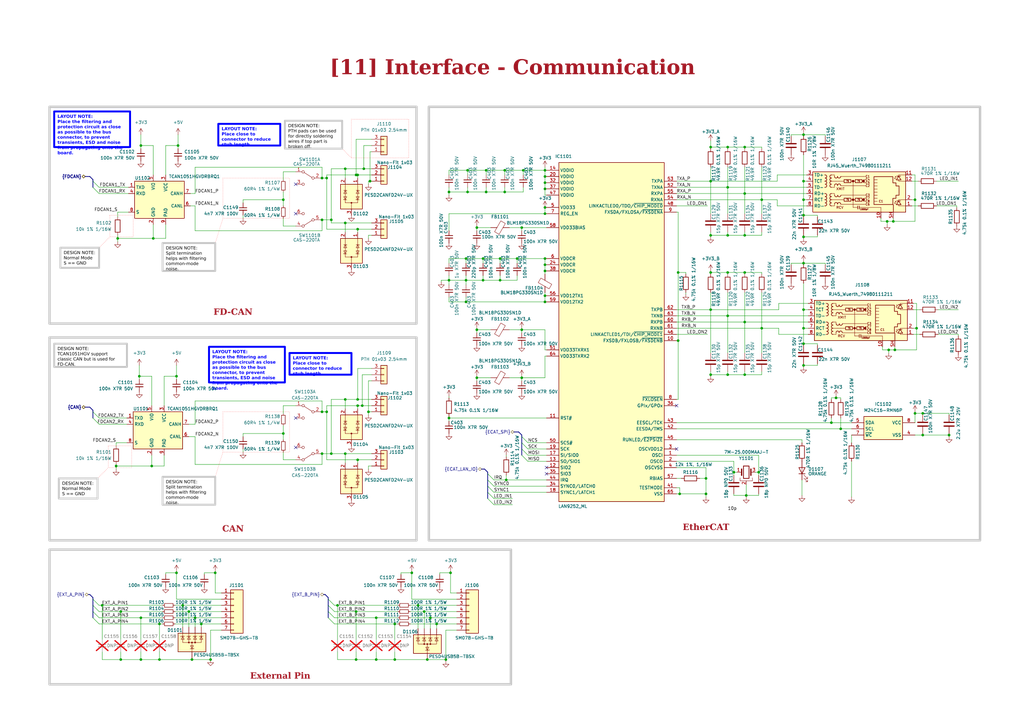
<source format=kicad_sch>
(kicad_sch (version 20230121) (generator eeschema)
  (paper "A3")
  (junction (at 161.925 255.905))
  (junction (at 151.13 168.91))
  (junction (at 223.52 108.585))
  (junction (at 146.05 71.755))
  (junction (at 223.52 123.825))
  (junction (at 375.92 134.62))
  (junction (at 65.405 270.51))
  (junction (at 306.07 203.2))
  (junction (at 57.785 253.365))
  (junction (at 212.09 106.045))
  (junction (at 57.785 270.51))
  (junction (at 278.765 202.565))
  (junction (at 363.855 90.805))
  (junction (at 378.46 169.545))
  (junction (at 205.105 114.935))
  (junction (at 182.88 270.51))
  (junction (at 154.305 270.51))
  (junction (at 146.685 93.98))
  (junction (at 366.395 90.805))
  (junction (at 223.52 77.47))
  (junction (at 291.465 111.76))
  (junction (at 378.46 178.435))
  (junction (at 73.025 59.69))
  (junction (at 72.39 234.95))
  (junction (at 329.565 127))
  (junction (at 298.45 76.835))
  (junction (at 191.135 114.935))
  (junction (at 291.465 96.52))
  (junction (at 184.15 78.74))
  (junction (at 171.45 248.285))
  (junction (at 311.15 193.675))
  (junction (at 48.26 97.79))
  (junction (at 146.685 71.755))
  (junction (at 207.645 196.85))
  (junction (at 223.52 72.39))
  (junction (at 223.52 69.85))
  (junction (at 198.12 106.045))
  (junction (at 65.405 255.905))
  (junction (at 141.605 163.83))
  (junction (at 62.23 191.135))
  (junction (at 132.08 168.91))
  (junction (at 135.89 186.055))
  (junction (at 298.45 60.325))
  (junction (at 223.52 121.285))
  (junction (at 214.63 69.85))
  (junction (at 298.45 153.67))
  (junction (at 133.985 73.025))
  (junction (at 205.105 106.045))
  (junction (at 291.465 74.295))
  (junction (at 116.205 177.8))
  (junction (at 78.74 270.51))
  (junction (at 312.42 81.915))
  (junction (at 305.435 111.76))
  (junction (at 173.99 250.825))
  (junction (at 329.565 107.95))
  (junction (at 213.995 154.94))
  (junction (at 207.01 69.85))
  (junction (at 191.77 78.74))
  (junction (at 375.285 81.915))
  (junction (at 298.45 129.54))
  (junction (at 213.995 135.255))
  (junction (at 213.995 93.345))
  (junction (at 305.435 79.375))
  (junction (at 223.52 74.93))
  (junction (at 47.625 191.135))
  (junction (at 184.15 171.45))
  (junction (at 329.565 81.915))
  (junction (at 340.995 173.355))
  (junction (at 191.135 123.825))
  (junction (at 329.565 97.155))
  (junction (at 291.465 60.325))
  (junction (at 300.99 193.675))
  (junction (at 49.53 250.825))
  (junction (at 278.13 111.76))
  (junction (at 72.39 154.305))
  (junction (at 132.08 73.025))
  (junction (at 191.77 69.85))
  (junction (at 176.53 253.365))
  (junction (at 305.435 132.08))
  (junction (at 305.435 60.325))
  (junction (at 367.03 143.51))
  (junction (at 298.45 96.52))
  (junction (at 74.93 248.285))
  (junction (at 149.225 69.215))
  (junction (at 329.565 55.245))
  (junction (at 161.925 270.51))
  (junction (at 41.91 248.285))
  (junction (at 57.785 59.69))
  (junction (at 223.52 85.09))
  (junction (at 57.15 154.305))
  (junction (at 329.565 134.62))
  (junction (at 223.52 111.125))
  (junction (at 133.985 168.91))
  (junction (at 146.685 166.37))
  (junction (at 154.305 253.365))
  (junction (at 184.15 114.935))
  (junction (at 329.565 88.265))
  (junction (at 132.08 90.17))
  (junction (at 179.07 255.905))
  (junction (at 198.12 114.935))
  (junction (at 141.605 186.055))
  (junction (at 146.685 163.83))
  (junction (at 305.435 153.67))
  (junction (at 148.59 166.37))
  (junction (at 86.36 270.51))
  (junction (at 223.52 106.045))
  (junction (at 329.565 74.295))
  (junction (at 195.58 154.94))
  (junction (at 146.05 250.825))
  (junction (at 364.49 143.51))
  (junction (at 175.26 270.51))
  (junction (at 184.785 234.95))
  (junction (at 375.285 169.545))
  (junction (at 312.42 134.62))
  (junction (at 138.43 248.285))
  (junction (at 88.265 234.95))
  (junction (at 342.9 163.195))
  (junction (at 195.58 135.255))
  (junction (at 168.91 234.95))
  (junction (at 195.58 93.345))
  (junction (at 289.56 196.215))
  (junction (at 141.605 91.44))
  (junction (at 146.685 188.595))
  (junction (at 77.47 250.825))
  (junction (at 223.52 87.63))
  (junction (at 49.53 270.51))
  (junction (at 329.565 140.97))
  (junction (at 199.39 78.74))
  (junction (at 344.805 175.895))
  (junction (at 141.605 69.215))
  (junction (at 82.55 255.905))
  (junction (at 146.05 270.51))
  (junction (at 116.205 81.915))
  (junction (at 191.135 106.045))
  (junction (at 291.465 153.67))
  (junction (at 62.865 97.79))
  (junction (at 199.39 69.85))
  (junction (at 278.13 139.7))
  (junction (at 80.01 253.365))
  (junction (at 389.255 178.435))
  (junction (at 151.765 74.295))
  (junction (at 329.565 149.86))
  (junction (at 207.01 78.74))
  (junction (at 289.56 202.565))
  (junction (at 132.08 186.055))
  (junction (at 135.89 90.17))
  (junction (at 291.465 127))
  (junction (at 298.45 111.76))
  (junction (at 305.435 96.52))
  (no_connect (at 121.285 87.63))
  (no_connect (at 277.495 166.37))
  (no_connect (at 121.285 183.515))
  (no_connect (at 121.285 75.565))
  (no_connect (at 121.285 171.45))
  (no_connect (at 277.495 184.15))
  (no_connect (at 224.155 191.77))
  (no_connect (at 224.155 194.31))
  (bus_entry (at 200.025 199.39) (size 2.54 2.54))
  (bus_entry (at 38.1 245.745) (size 2.54 2.54))
  (bus_entry (at 38.1 248.285) (size 2.54 2.54))
  (bus_entry (at 38.1 76.835) (size 2.54 2.54))
  (bus_entry (at 134.62 245.745) (size 2.54 2.54))
  (bus_entry (at 213.995 186.69) (size 2.54 2.54))
  (bus_entry (at 38.1 253.365) (size 2.54 2.54))
  (bus_entry (at 38.1 74.295) (size 2.54 2.54))
  (bus_entry (at 200.025 196.85) (size 2.54 2.54))
  (bus_entry (at 134.62 248.285) (size 2.54 2.54))
  (bus_entry (at 134.62 250.825) (size 2.54 2.54))
  (bus_entry (at 213.995 184.15) (size 2.54 2.54))
  (bus_entry (at 200.025 194.31) (size 2.54 2.54))
  (bus_entry (at 200.025 201.93) (size 2.54 2.54))
  (bus_entry (at 200.025 204.47) (size 2.54 2.54))
  (bus_entry (at 213.995 181.61) (size 2.54 2.54))
  (bus_entry (at 38.1 171.45) (size 2.54 2.54))
  (bus_entry (at 213.995 179.07) (size 2.54 2.54))
  (bus_entry (at 38.1 250.825) (size 2.54 2.54))
  (bus_entry (at 38.1 168.91) (size 2.54 2.54))
  (bus_entry (at 134.62 253.365) (size 2.54 2.54))
  (wire (pts (xy 195.58 154.94) (xy 195.58 156.21)))
  (wire (pts (xy 82.55 255.905) (xy 82.55 257.175)))
  (wire (pts (xy 195.58 134.62) (xy 195.58 135.255)))
  (wire (pts (xy 291.465 95.25) (xy 291.465 96.52)))
  (wire (pts (xy 287.02 196.215) (xy 289.56 196.215)))
  (bus (pts (xy 36.83 72.39) (xy 38.1 73.66)))
  (wire (pts (xy 312.42 134.62) (xy 319.405 134.62)))
  (wire (pts (xy 195.58 136.525) (xy 195.58 135.255)))
  (wire (pts (xy 184.15 114.935) (xy 184.15 116.84)))
  (wire (pts (xy 90.805 243.205) (xy 88.265 243.205)))
  (wire (pts (xy 212.09 106.045) (xy 205.105 106.045)))
  (wire (pts (xy 329.565 97.155) (xy 335.28 97.155)))
  (wire (pts (xy 191.135 106.045) (xy 184.15 106.045)))
  (wire (pts (xy 312.42 134.62) (xy 312.42 144.78)))
  (wire (pts (xy 184.15 171.45) (xy 184.15 172.72)))
  (wire (pts (xy 184.15 69.85) (xy 191.77 69.85)))
  (wire (pts (xy 62.865 92.075) (xy 62.865 97.79)))
  (wire (pts (xy 378.46 178.435) (xy 378.46 177.8)))
  (wire (pts (xy 393.065 137.16) (xy 384.81 137.16)))
  (wire (pts (xy 205.105 114.935) (xy 212.09 114.935)))
  (wire (pts (xy 40.64 248.285) (xy 41.91 248.285)))
  (wire (pts (xy 72.39 234.315) (xy 72.39 234.95)))
  (wire (pts (xy 116.205 81.915) (xy 116.205 84.455)))
  (wire (pts (xy 329.565 149.86) (xy 335.28 149.86)))
  (wire (pts (xy 198.12 106.045) (xy 198.12 107.95)))
  (wire (pts (xy 335.28 96.52) (xy 335.28 97.155)))
  (wire (pts (xy 342.9 163.195) (xy 344.805 163.195)))
  (bus (pts (xy 38.1 245.11) (xy 38.1 245.745)))
  (wire (pts (xy 291.465 57.785) (xy 291.465 60.325)))
  (wire (pts (xy 312.42 68.58) (xy 312.42 81.915)))
  (wire (pts (xy 298.45 152.4) (xy 298.45 153.67)))
  (wire (pts (xy 289.56 202.565) (xy 289.56 203.835)))
  (wire (pts (xy 312.42 81.915) (xy 312.42 87.63)))
  (wire (pts (xy 291.465 60.96) (xy 291.465 60.325)))
  (wire (pts (xy 57.785 59.69) (xy 62.865 59.69)))
  (wire (pts (xy 149.225 59.69) (xy 152.4 59.69)))
  (wire (pts (xy 191.135 114.935) (xy 198.12 114.935)))
  (wire (pts (xy 164.465 234.95) (xy 164.465 235.585)))
  (wire (pts (xy 48.26 97.79) (xy 62.865 97.79)))
  (wire (pts (xy 148.59 153.67) (xy 148.59 166.37)))
  (wire (pts (xy 48.26 86.995) (xy 48.26 88.9)))
  (wire (pts (xy 208.915 135.255) (xy 213.995 135.255)))
  (wire (pts (xy 363.855 90.805) (xy 366.395 90.805)))
  (wire (pts (xy 73.025 59.69) (xy 67.945 59.69)))
  (wire (pts (xy 154.305 253.365) (xy 163.195 253.365)))
  (wire (pts (xy 198.12 114.935) (xy 205.105 114.935)))
  (wire (pts (xy 116.205 177.8) (xy 116.205 180.34)))
  (wire (pts (xy 133.985 73.025) (xy 133.985 93.98)))
  (wire (pts (xy 223.52 135.255) (xy 223.52 143.51)))
  (wire (pts (xy 298.45 95.25) (xy 298.45 96.52)))
  (wire (pts (xy 300.99 193.675) (xy 302.26 193.675)))
  (wire (pts (xy 213.995 134.62) (xy 213.995 135.255)))
  (wire (pts (xy 207.645 194.945) (xy 207.645 196.85)))
  (wire (pts (xy 329.565 74.295) (xy 330.835 74.295)))
  (wire (pts (xy 62.865 97.79) (xy 67.945 97.79)))
  (wire (pts (xy 67.945 97.79) (xy 67.945 92.075)))
  (wire (pts (xy 71.755 248.285) (xy 74.93 248.285)))
  (wire (pts (xy 224.155 111.125) (xy 223.52 111.125)))
  (wire (pts (xy 340.995 173.355) (xy 349.25 173.355)))
  (wire (pts (xy 278.13 139.7) (xy 278.13 163.83)))
  (wire (pts (xy 133.985 166.37) (xy 146.685 166.37)))
  (wire (pts (xy 195.58 154.305) (xy 195.58 154.94)))
  (wire (pts (xy 329.565 81.915) (xy 330.835 81.915)))
  (wire (pts (xy 202.565 199.39) (xy 224.155 199.39)))
  (wire (pts (xy 361.315 90.805) (xy 363.855 90.805)))
  (wire (pts (xy 366.395 90.805) (xy 375.285 90.805)))
  (wire (pts (xy 191.135 121.92) (xy 191.135 123.825)))
  (wire (pts (xy 216.535 189.23) (xy 224.155 189.23)))
  (wire (pts (xy 149.225 69.215) (xy 152.4 69.215)))
  (wire (pts (xy 277.495 202.565) (xy 278.765 202.565)))
  (wire (pts (xy 291.465 112.395) (xy 291.465 111.76)))
  (wire (pts (xy 289.56 196.215) (xy 289.56 202.565)))
  (wire (pts (xy 132.08 90.17) (xy 132.08 94.615)))
  (wire (pts (xy 277.495 196.215) (xy 279.4 196.215)))
  (wire (pts (xy 90.805 245.745) (xy 72.39 245.745)))
  (wire (pts (xy 319.405 124.46) (xy 319.405 127)))
  (wire (pts (xy 311.15 193.675) (xy 309.88 193.675)))
  (wire (pts (xy 191.135 123.825) (xy 223.52 123.825)))
  (wire (pts (xy 195.58 93.345) (xy 201.295 93.345)))
  (wire (pts (xy 141.605 91.44) (xy 152.4 91.44)))
  (wire (pts (xy 202.565 196.85) (xy 207.645 196.85)))
  (wire (pts (xy 132.08 73.025) (xy 132.08 68.58)))
  (wire (pts (xy 213.995 135.255) (xy 213.995 136.525)))
  (wire (pts (xy 361.95 142.24) (xy 361.95 143.51)))
  (wire (pts (xy 191.77 78.74) (xy 199.39 78.74)))
  (wire (pts (xy 164.465 234.95) (xy 168.91 234.95)))
  (wire (pts (xy 132.08 73.025) (xy 133.985 73.025)))
  (wire (pts (xy 184.15 113.03) (xy 184.15 114.935)))
  (bus (pts (xy 134.62 245.745) (xy 134.62 248.285)))
  (wire (pts (xy 374.65 137.16) (xy 377.19 137.16)))
  (wire (pts (xy 148.59 166.37) (xy 152.4 166.37)))
  (wire (pts (xy 298.45 120.015) (xy 298.45 129.54)))
  (wire (pts (xy 184.785 234.95) (xy 184.785 234.315)))
  (wire (pts (xy 328.93 196.85) (xy 328.93 203.2)))
  (wire (pts (xy 374.65 134.62) (xy 375.92 134.62)))
  (wire (pts (xy 151.13 74.295) (xy 151.13 75.565)))
  (wire (pts (xy 366.395 90.805) (xy 366.395 89.535)))
  (wire (pts (xy 146.05 57.15) (xy 152.4 57.15)))
  (wire (pts (xy 40.64 173.99) (xy 52.07 173.99)))
  (wire (pts (xy 116.205 188.595) (xy 121.285 188.595)))
  (wire (pts (xy 375.285 168.91) (xy 375.285 169.545)))
  (wire (pts (xy 278.13 86.995) (xy 278.13 111.76)))
  (bus (pts (xy 200.025 194.31) (xy 200.025 196.85)))
  (wire (pts (xy 378.46 169.545) (xy 389.255 169.545)))
  (wire (pts (xy 116.205 185.42) (xy 116.205 188.595)))
  (wire (pts (xy 151.13 168.91) (xy 152.4 168.91)))
  (wire (pts (xy 154.305 270.51) (xy 161.925 270.51)))
  (wire (pts (xy 305.435 68.58) (xy 305.435 79.375)))
  (bus (pts (xy 200.025 199.39) (xy 200.025 201.93)))
  (wire (pts (xy 349.25 203.835) (xy 349.25 189.23)))
  (wire (pts (xy 80.01 84.455) (xy 80.01 94.615)))
  (wire (pts (xy 305.435 111.76) (xy 312.42 111.76)))
  (wire (pts (xy 305.435 132.08) (xy 331.47 132.08)))
  (wire (pts (xy 224.155 80.01) (xy 223.52 80.01)))
  (wire (pts (xy 171.45 248.285) (xy 187.325 248.285)))
  (wire (pts (xy 67.945 71.755) (xy 67.945 59.69)))
  (wire (pts (xy 392.43 85.09) (xy 392.43 84.455)))
  (wire (pts (xy 141.605 91.44) (xy 141.605 95.25)))
  (wire (pts (xy 223.52 108.585) (xy 223.52 106.045)))
  (wire (pts (xy 133.985 93.98) (xy 146.685 93.98)))
  (polyline (pts (xy 40.64 101.6) (xy 45.085 97.155)) (stroke (width 0) (type dot) (color 255 0 0 1)))
  (wire (pts (xy 375.285 90.805) (xy 375.285 81.915)))
  (wire (pts (xy 329.565 127) (xy 331.47 127)))
  (bus (pts (xy 200.025 193.675) (xy 200.025 194.31)))
  (wire (pts (xy 331.47 137.16) (xy 319.405 137.16)))
  (wire (pts (xy 146.685 166.37) (xy 146.685 167.64)))
  (wire (pts (xy 298.45 129.54) (xy 331.47 129.54)))
  (wire (pts (xy 133.985 166.37) (xy 133.985 168.91)))
  (wire (pts (xy 41.91 267.335) (xy 41.91 270.51)))
  (wire (pts (xy 90.805 258.445) (xy 86.36 258.445)))
  (wire (pts (xy 80.01 190.5) (xy 132.08 190.5)))
  (wire (pts (xy 146.685 93.98) (xy 146.685 95.25)))
  (wire (pts (xy 223.52 135.255) (xy 213.995 135.255)))
  (wire (pts (xy 329.565 116.205) (xy 329.565 127)))
  (wire (pts (xy 151.13 168.91) (xy 151.13 170.18)))
  (wire (pts (xy 141.605 186.055) (xy 152.4 186.055)))
  (wire (pts (xy 344.805 163.83) (xy 344.805 163.195)))
  (wire (pts (xy 208.915 154.94) (xy 213.995 154.94)))
  (wire (pts (xy 300.99 193.675) (xy 300.99 189.23)))
  (wire (pts (xy 208.915 93.345) (xy 213.995 93.345)))
  (wire (pts (xy 329.565 140.97) (xy 335.28 140.97)))
  (wire (pts (xy 384.175 74.295) (xy 393.065 74.295)))
  (wire (pts (xy 363.855 90.805) (xy 363.855 92.075)))
  (wire (pts (xy 57.15 155.575) (xy 57.15 154.305)))
  (wire (pts (xy 40.64 250.825) (xy 49.53 250.825)))
  (wire (pts (xy 184.15 162.56) (xy 184.15 163.195)))
  (bus (pts (xy 197.485 192.405) (xy 198.755 192.405)))
  (wire (pts (xy 57.785 270.51) (xy 65.405 270.51)))
  (wire (pts (xy 131.445 90.17) (xy 132.08 90.17)))
  (wire (pts (xy 277.495 137.16) (xy 290.195 137.16)))
  (wire (pts (xy 187.325 243.205) (xy 184.785 243.205)))
  (wire (pts (xy 216.535 186.69) (xy 224.155 186.69)))
  (wire (pts (xy 291.465 127) (xy 291.465 144.78)))
  (wire (pts (xy 312.42 96.52) (xy 312.42 95.25)))
  (wire (pts (xy 184.15 114.935) (xy 191.135 114.935)))
  (wire (pts (xy 48.26 96.52) (xy 48.26 97.79)))
  (wire (pts (xy 367.03 143.51) (xy 375.92 143.51)))
  (wire (pts (xy 62.23 166.37) (xy 62.23 154.305)))
  (wire (pts (xy 57.785 55.245) (xy 57.785 59.69)))
  (wire (pts (xy 72.39 154.305) (xy 67.31 154.305)))
  (wire (pts (xy 116.205 78.74) (xy 116.205 81.915)))
  (wire (pts (xy 291.465 111.125) (xy 291.465 111.76)))
  (wire (pts (xy 291.465 153.67) (xy 298.45 153.67)))
  (wire (pts (xy 180.34 234.95) (xy 184.785 234.95)))
  (wire (pts (xy 278.13 163.83) (xy 277.495 163.83)))
  (wire (pts (xy 214.63 76.835) (xy 214.63 78.74)))
  (wire (pts (xy 300.99 189.23) (xy 277.495 189.23)))
  (wire (pts (xy 305.435 95.25) (xy 305.435 96.52)))
  (wire (pts (xy 154.305 267.335) (xy 154.305 270.51)))
  (wire (pts (xy 213.995 93.345) (xy 213.995 94.615)))
  (bus (pts (xy 36.83 243.84) (xy 36.195 243.84)))
  (bus (pts (xy 38.1 168.275) (xy 38.1 168.91)))
  (wire (pts (xy 224.155 85.09) (xy 223.52 85.09)))
  (wire (pts (xy 132.08 186.055) (xy 135.89 186.055)))
  (wire (pts (xy 179.07 255.905) (xy 179.07 257.81)))
  (wire (pts (xy 361.95 143.51) (xy 364.49 143.51)))
  (wire (pts (xy 146.685 71.755) (xy 146.685 73.025)))
  (wire (pts (xy 168.275 253.365) (xy 176.53 253.365)))
  (wire (pts (xy 168.91 234.95) (xy 168.91 245.745)))
  (wire (pts (xy 306.07 203.2) (xy 311.15 203.2)))
  (wire (pts (xy 80.01 94.615) (xy 132.08 94.615)))
  (wire (pts (xy 71.755 250.825) (xy 77.47 250.825)))
  (wire (pts (xy 152.4 74.295) (xy 151.765 74.295)))
  (wire (pts (xy 305.435 60.325) (xy 312.42 60.325)))
  (wire (pts (xy 216.535 184.15) (xy 224.155 184.15)))
  (polyline (pts (xy 88.265 99.695) (xy 91.44 89.535)) (stroke (width 0) (type dot) (color 255 0 0 1)))
  (wire (pts (xy 306.07 198.755) (xy 306.07 203.2)))
  (wire (pts (xy 224.155 123.825) (xy 223.52 123.825)))
  (wire (pts (xy 52.705 86.995) (xy 48.26 86.995)))
  (wire (pts (xy 137.16 255.905) (xy 161.925 255.905)))
  (wire (pts (xy 137.16 250.825) (xy 146.05 250.825)))
  (wire (pts (xy 173.99 250.825) (xy 187.325 250.825)))
  (wire (pts (xy 300.99 203.2) (xy 306.07 203.2)))
  (wire (pts (xy 277.495 175.895) (xy 344.805 175.895)))
  (wire (pts (xy 48.26 97.79) (xy 48.26 99.06)))
  (wire (pts (xy 212.09 113.03) (xy 212.09 114.935)))
  (wire (pts (xy 329.565 107.95) (xy 338.455 107.95)))
  (wire (pts (xy 340.995 163.195) (xy 342.9 163.195)))
  (wire (pts (xy 223.52 74.93) (xy 224.155 74.93)))
  (wire (pts (xy 41.91 270.51) (xy 49.53 270.51)))
  (wire (pts (xy 151.13 191.135) (xy 151.13 192.405)))
  (wire (pts (xy 47.625 190.5) (xy 47.625 191.135)))
  (wire (pts (xy 224.155 87.63) (xy 223.52 87.63)))
  (wire (pts (xy 329.565 88.265) (xy 329.565 88.9)))
  (wire (pts (xy 277.495 173.355) (xy 340.995 173.355)))
  (wire (pts (xy 146.685 163.83) (xy 152.4 163.83)))
  (wire (pts (xy 277.495 86.995) (xy 278.13 86.995)))
  (wire (pts (xy 175.26 270.51) (xy 182.88 270.51)))
  (wire (pts (xy 312.42 111.76) (xy 312.42 112.395)))
  (wire (pts (xy 389.255 178.435) (xy 389.255 179.07)))
  (wire (pts (xy 212.09 106.045) (xy 212.09 107.95)))
  (wire (pts (xy 344.805 171.45) (xy 344.805 175.895)))
  (wire (pts (xy 135.89 69.215) (xy 141.605 69.215)))
  (wire (pts (xy 116.205 169.545) (xy 116.205 166.37)))
  (bus (pts (xy 38.1 250.825) (xy 38.1 253.365)))
  (wire (pts (xy 291.465 60.325) (xy 298.45 60.325)))
  (wire (pts (xy 184.15 87.63) (xy 223.52 87.63)))
  (wire (pts (xy 329.565 149.225) (xy 329.565 149.86)))
  (wire (pts (xy 312.42 60.325) (xy 312.42 60.96)))
  (wire (pts (xy 187.325 245.745) (xy 168.91 245.745)))
  (wire (pts (xy 161.925 270.51) (xy 175.26 270.51)))
  (wire (pts (xy 223.52 154.94) (xy 213.995 154.94)))
  (wire (pts (xy 184.15 123.825) (xy 191.135 123.825)))
  (wire (pts (xy 99.695 83.185) (xy 99.695 81.915)))
  (wire (pts (xy 278.13 111.76) (xy 278.13 139.7)))
  (wire (pts (xy 57.785 253.365) (xy 57.785 262.255)))
  (wire (pts (xy 223.52 77.47) (xy 223.52 74.93)))
  (wire (pts (xy 223.52 111.125) (xy 223.52 112.395)))
  (wire (pts (xy 161.925 255.905) (xy 163.195 255.905)))
  (wire (pts (xy 311.15 193.675) (xy 311.15 194.945)))
  (wire (pts (xy 312.42 81.915) (xy 318.77 81.915)))
  (wire (pts (xy 329.565 107.95) (xy 324.485 107.95)))
  (wire (pts (xy 392.43 84.455) (xy 384.175 84.455)))
  (wire (pts (xy 191.77 69.85) (xy 191.77 71.755)))
  (wire (pts (xy 329.565 107.95) (xy 329.565 108.585)))
  (wire (pts (xy 149.225 59.69) (xy 149.225 69.215)))
  (wire (pts (xy 67.31 191.135) (xy 67.31 186.69)))
  (wire (pts (xy 184.15 78.74) (xy 184.15 80.01)))
  (wire (pts (xy 47.625 181.61) (xy 47.625 182.88)))
  (bus (pts (xy 212.725 177.165) (xy 213.995 178.435)))
  (wire (pts (xy 223.52 111.125) (xy 223.52 108.585)))
  (wire (pts (xy 65.405 267.335) (xy 65.405 270.51)))
  (wire (pts (xy 80.01 253.365) (xy 80.01 257.175)))
  (bus (pts (xy 213.995 179.07) (xy 213.995 181.61)))
  (wire (pts (xy 305.435 111.76) (xy 305.435 112.395)))
  (wire (pts (xy 62.865 71.755) (xy 62.865 59.69)))
  (wire (pts (xy 99.695 179.07) (xy 99.695 177.8)))
  (wire (pts (xy 168.91 234.315) (xy 168.91 234.95)))
  (wire (pts (xy 207.645 196.85) (xy 224.155 196.85)))
  (wire (pts (xy 298.45 76.835) (xy 330.835 76.835)))
  (wire (pts (xy 57.785 253.365) (xy 66.675 253.365)))
  (wire (pts (xy 184.15 171.45) (xy 224.155 171.45)))
  (wire (pts (xy 199.39 78.74) (xy 207.01 78.74)))
  (wire (pts (xy 131.445 186.055) (xy 132.08 186.055)))
  (bus (pts (xy 38.1 74.295) (xy 38.1 76.835)))
  (bus (pts (xy 134.62 248.285) (xy 134.62 250.825)))
  (wire (pts (xy 329.565 54.61) (xy 329.565 55.245)))
  (bus (pts (xy 210.82 177.165) (xy 212.725 177.165)))
  (wire (pts (xy 375.92 124.46) (xy 374.65 124.46)))
  (wire (pts (xy 168.275 248.285) (xy 171.45 248.285)))
  (wire (pts (xy 184.15 106.045) (xy 184.15 107.95)))
  (wire (pts (xy 329.565 88.265) (xy 335.28 88.265)))
  (wire (pts (xy 72.39 155.575) (xy 72.39 154.305)))
  (wire (pts (xy 329.565 74.295) (xy 329.565 81.915)))
  (wire (pts (xy 116.205 73.66) (xy 116.205 70.485)))
  (wire (pts (xy 291.465 153.67) (xy 291.465 154.305)))
  (wire (pts (xy 77.47 250.825) (xy 77.47 257.175)))
  (wire (pts (xy 146.05 71.755) (xy 146.685 71.755)))
  (wire (pts (xy 329.565 55.245) (xy 329.565 55.88)))
  (wire (pts (xy 137.16 253.365) (xy 154.305 253.365)))
  (wire (pts (xy 195.58 92.71) (xy 195.58 93.345)))
  (wire (pts (xy 277.495 129.54) (xy 298.45 129.54)))
  (wire (pts (xy 86.36 258.445) (xy 86.36 270.51)))
  (wire (pts (xy 223.52 121.285) (xy 224.155 121.285)))
  (wire (pts (xy 173.99 250.825) (xy 173.99 257.81)))
  (wire (pts (xy 146.685 71.755) (xy 152.4 71.755)))
  (polyline (pts (xy 88.265 195.58) (xy 91.44 185.42)) (stroke (width 0) (type dot) (color 255 0 0 1)))
  (wire (pts (xy 277.495 134.62) (xy 312.42 134.62)))
  (wire (pts (xy 329.565 55.245) (xy 324.485 55.245)))
  (wire (pts (xy 132.08 168.91) (xy 133.985 168.91)))
  (wire (pts (xy 298.45 153.67) (xy 305.435 153.67)))
  (wire (pts (xy 191.135 114.935) (xy 191.135 116.84)))
  (wire (pts (xy 278.765 202.565) (xy 289.56 202.565)))
  (wire (pts (xy 291.465 96.52) (xy 298.45 96.52)))
  (wire (pts (xy 223.52 74.93) (xy 223.52 72.39)))
  (wire (pts (xy 207.01 69.85) (xy 214.63 69.85)))
  (wire (pts (xy 278.765 200.025) (xy 278.765 202.565)))
  (bus (pts (xy 213.995 181.61) (xy 213.995 184.15)))
  (wire (pts (xy 138.43 248.285) (xy 163.195 248.285)))
  (wire (pts (xy 62.23 191.135) (xy 67.31 191.135)))
  (wire (pts (xy 135.89 69.215) (xy 135.89 90.17)))
  (wire (pts (xy 195.58 154.94) (xy 201.295 154.94)))
  (wire (pts (xy 329.565 97.155) (xy 329.565 97.79)))
  (wire (pts (xy 47.625 191.135) (xy 47.625 192.405)))
  (wire (pts (xy 141.605 69.215) (xy 141.605 73.025)))
  (wire (pts (xy 146.05 250.825) (xy 146.05 262.255)))
  (wire (pts (xy 318.77 71.755) (xy 318.77 74.295)))
  (wire (pts (xy 223.52 72.39) (xy 224.155 72.39)))
  (wire (pts (xy 298.45 96.52) (xy 305.435 96.52)))
  (wire (pts (xy 213.995 93.345) (xy 224.155 93.345)))
  (wire (pts (xy 116.205 174.625) (xy 116.205 177.8)))
  (wire (pts (xy 146.685 166.37) (xy 148.59 166.37)))
  (wire (pts (xy 146.05 57.15) (xy 146.05 71.755)))
  (wire (pts (xy 324.485 55.245) (xy 324.485 55.88)))
  (wire (pts (xy 375.92 134.62) (xy 375.92 124.46)))
  (wire (pts (xy 88.265 234.95) (xy 88.265 234.315)))
  (wire (pts (xy 364.49 143.51) (xy 364.49 144.78)))
  (wire (pts (xy 298.45 76.835) (xy 298.45 87.63)))
  (wire (pts (xy 73.025 60.96) (xy 73.025 59.69)))
  (wire (pts (xy 277.495 76.835) (xy 298.45 76.835)))
  (wire (pts (xy 291.465 152.4) (xy 291.465 153.67)))
  (wire (pts (xy 305.435 152.4) (xy 305.435 153.67)))
  (wire (pts (xy 184.15 76.835) (xy 184.15 78.74)))
  (wire (pts (xy 277.495 74.295) (xy 291.465 74.295)))
  (wire (pts (xy 52.07 181.61) (xy 47.625 181.61)))
  (wire (pts (xy 223.52 80.01) (xy 223.52 77.47)))
  (wire (pts (xy 305.435 79.375) (xy 305.435 87.63)))
  (wire (pts (xy 191.77 76.835) (xy 191.77 78.74)))
  (wire (pts (xy 393.065 137.795) (xy 393.065 137.16)))
  (wire (pts (xy 378.46 178.435) (xy 389.255 178.435)))
  (wire (pts (xy 300.99 203.2) (xy 300.99 202.565)))
  (wire (pts (xy 375.285 71.755) (xy 374.015 71.755)))
  (wire (pts (xy 342.9 162.56) (xy 342.9 163.195)))
  (wire (pts (xy 161.925 267.335) (xy 161.925 270.51)))
  (wire (pts (xy 335.28 141.605) (xy 335.28 140.97)))
  (wire (pts (xy 40.64 255.905) (xy 65.405 255.905)))
  (wire (pts (xy 199.39 76.835) (xy 199.39 78.74)))
  (wire (pts (xy 135.89 91.44) (xy 141.605 91.44)))
  (wire (pts (xy 72.39 234.95) (xy 72.39 245.745)))
  (wire (pts (xy 367.03 142.24) (xy 367.03 143.51)))
  (wire (pts (xy 80.01 79.375) (xy 80.01 68.58)))
  (wire (pts (xy 300.99 193.675) (xy 300.99 194.945)))
  (wire (pts (xy 146.685 93.98) (xy 152.4 93.98)))
  (wire (pts (xy 277.495 127) (xy 291.465 127)))
  (wire (pts (xy 152.4 191.135) (xy 151.13 191.135)))
  (wire (pts (xy 205.105 106.045) (xy 205.105 107.95)))
  (wire (pts (xy 195.58 93.345) (xy 195.58 94.615)))
  (bus (pts (xy 36.83 167.005) (xy 38.1 168.275)))
  (wire (pts (xy 152.4 96.52) (xy 151.13 96.52)))
  (wire (pts (xy 319.405 137.16) (xy 319.405 134.62)))
  (wire (pts (xy 374.015 74.295) (xy 376.555 74.295)))
  (wire (pts (xy 214.63 69.85) (xy 214.63 71.755)))
  (wire (pts (xy 205.105 113.03) (xy 205.105 114.935)))
  (wire (pts (xy 80.01 179.07) (xy 80.01 190.5)))
  (bus (pts (xy 134.62 245.11) (xy 133.35 243.84)))
  (wire (pts (xy 180.34 235.585) (xy 180.34 234.95)))
  (wire (pts (xy 40.64 79.375) (xy 52.705 79.375)))
  (wire (pts (xy 298.45 111.76) (xy 298.45 112.395)))
  (wire (pts (xy 340.995 171.45) (xy 340.995 173.355)))
  (wire (pts (xy 57.785 267.335) (xy 57.785 270.51)))
  (wire (pts (xy 375.92 143.51) (xy 375.92 134.62)))
  (wire (pts (xy 223.52 146.05) (xy 223.52 154.94)))
  (wire (pts (xy 180.975 114.935) (xy 184.15 114.935)))
  (wire (pts (xy 78.74 270.51) (xy 78.74 269.875)))
  (wire (pts (xy 146.05 270.51) (xy 154.305 270.51)))
  (bus (pts (xy 133.35 243.84) (xy 132.715 243.84)))
  (wire (pts (xy 133.985 71.755) (xy 146.05 71.755)))
  (wire (pts (xy 364.49 143.51) (xy 367.03 143.51)))
  (wire (pts (xy 277.495 180.34) (xy 328.93 180.34)))
  (wire (pts (xy 318.77 71.755) (xy 330.835 71.755)))
  (wire (pts (xy 378.46 169.545) (xy 378.46 170.18)))
  (wire (pts (xy 207.645 186.69) (xy 207.645 187.325)))
  (wire (pts (xy 329.565 55.245) (xy 338.455 55.245)))
  (wire (pts (xy 223.52 77.47) (xy 224.155 77.47)))
  (wire (pts (xy 146.685 188.595) (xy 152.4 188.595)))
  (wire (pts (xy 291.465 74.295) (xy 291.465 87.63)))
  (wire (pts (xy 277.495 81.915) (xy 312.42 81.915)))
  (wire (pts (xy 116.205 177.8) (xy 99.695 177.8)))
  (wire (pts (xy 305.435 120.015) (xy 305.435 132.08)))
  (wire (pts (xy 389.255 178.435) (xy 389.255 177.8)))
  (bus (pts (xy 200.025 201.93) (xy 200.025 204.47)))
  (wire (pts (xy 168.275 255.905) (xy 179.07 255.905)))
  (wire (pts (xy 207.01 76.835) (xy 207.01 78.74)))
  (wire (pts (xy 298.45 68.58) (xy 298.45 76.835)))
  (wire (pts (xy 329.565 140.97) (xy 329.565 141.605)))
  (wire (pts (xy 184.15 87.63) (xy 184.15 94.615)))
  (wire (pts (xy 187.325 258.445) (xy 182.88 258.445)))
  (bus (pts (xy 34.925 167.005) (xy 36.83 167.005)))
  (wire (pts (xy 135.89 163.83) (xy 141.605 163.83)))
  (wire (pts (xy 223.52 72.39) (xy 223.52 69.85)))
  (wire (pts (xy 361.315 89.535) (xy 361.315 90.805)))
  (bus (pts (xy 38.1 248.285) (xy 38.1 250.825)))
  (bus (pts (xy 38.1 245.11) (xy 36.83 243.84)))
  (wire (pts (xy 171.45 248.285) (xy 171.45 257.81)))
  (wire (pts (xy 291.465 111.76) (xy 298.45 111.76)))
  (wire (pts (xy 277.495 84.455) (xy 290.195 84.455)))
  (wire (pts (xy 141.605 163.83) (xy 141.605 167.64)))
  (wire (pts (xy 191.135 113.03) (xy 191.135 114.935)))
  (bus (pts (xy 38.1 73.66) (xy 38.1 74.295)))
  (wire (pts (xy 141.605 186.055) (xy 141.605 189.865)))
  (wire (pts (xy 49.53 250.825) (xy 49.53 262.255)))
  (wire (pts (xy 207.01 78.74) (xy 214.63 78.74)))
  (wire (pts (xy 289.56 191.77) (xy 277.495 191.77)))
  (wire (pts (xy 328.93 180.34) (xy 328.93 181.61)))
  (wire (pts (xy 335.28 149.225) (xy 335.28 149.86)))
  (wire (pts (xy 133.985 168.91) (xy 133.985 188.595)))
  (wire (pts (xy 278.13 111.76) (xy 281.305 111.76)))
  (wire (pts (xy 216.535 181.61) (xy 224.155 181.61)))
  (wire (pts (xy 223.52 106.045) (xy 224.155 106.045)))
  (wire (pts (xy 281.305 111.76) (xy 281.305 112.395)))
  (bus (pts (xy 38.1 168.91) (xy 38.1 171.45)))
  (wire (pts (xy 146.685 151.13) (xy 152.4 151.13)))
  (wire (pts (xy 199.39 69.85) (xy 199.39 71.755)))
  (wire (pts (xy 138.43 248.285) (xy 138.43 262.255)))
  (bus (pts (xy 198.755 192.405) (xy 200.025 193.675)))
  (wire (pts (xy 202.565 207.01) (xy 210.185 207.01)))
  (wire (pts (xy 335.28 88.9) (xy 335.28 88.265)))
  (wire (pts (xy 132.08 90.17) (xy 135.89 90.17)))
  (wire (pts (xy 49.53 267.335) (xy 49.53 270.51)))
  (wire (pts (xy 135.89 186.055) (xy 141.605 186.055)))
  (wire (pts (xy 298.45 60.325) (xy 298.45 60.96)))
  (wire (pts (xy 67.31 166.37) (xy 67.31 154.305)))
  (wire (pts (xy 207.01 69.85) (xy 207.01 71.755)))
  (wire (pts (xy 65.405 255.905) (xy 66.675 255.905)))
  (wire (pts (xy 223.52 87.63) (xy 223.52 85.09)))
  (wire (pts (xy 72.39 149.86) (xy 72.39 154.305)))
  (wire (pts (xy 184.15 170.815) (xy 184.15 171.45)))
  (wire (pts (xy 132.08 68.58) (xy 80.01 68.58)))
  (wire (pts (xy 80.01 173.99) (xy 80.01 164.465)))
  (wire (pts (xy 338.455 107.95) (xy 338.455 108.585)))
  (wire (pts (xy 311.15 202.565) (xy 311.15 203.2)))
  (wire (pts (xy 137.16 248.285) (xy 138.43 248.285)))
  (wire (pts (xy 223.52 68.58) (xy 223.52 69.85)))
  (wire (pts (xy 161.925 255.905) (xy 161.925 262.255)))
  (wire (pts (xy 344.805 175.895) (xy 349.25 175.895)))
  (wire (pts (xy 289.56 191.77) (xy 289.56 196.215)))
  (wire (pts (xy 152.4 62.23) (xy 151.765 62.23)))
  (wire (pts (xy 132.08 168.91) (xy 132.08 164.465)))
  (wire (pts (xy 349.25 181.61) (xy 349.25 178.435)))
  (wire (pts (xy 199.39 69.85) (xy 207.01 69.85)))
  (wire (pts (xy 374.015 84.455) (xy 376.555 84.455)))
  (wire (pts (xy 312.42 153.67) (xy 312.42 152.4)))
  (wire (pts (xy 291.465 74.295) (xy 318.77 74.295)))
  (wire (pts (xy 329.565 134.62) (xy 329.565 140.97)))
  (wire (pts (xy 67.945 234.95) (xy 67.945 235.585)))
  (polyline (pts (xy 140.335 60.96) (xy 144.145 64.77)) (stroke (width 0) (type dot) (color 255 0 0 1)))
  (wire (pts (xy 132.08 190.5) (xy 132.08 186.055)))
  (wire (pts (xy 40.64 76.835) (xy 52.705 76.835)))
  (wire (pts (xy 116.205 92.71) (xy 121.285 92.71)))
  (wire (pts (xy 146.685 151.13) (xy 146.685 163.83)))
  (wire (pts (xy 329.565 149.86) (xy 329.565 150.495)))
  (wire (pts (xy 375.285 81.915) (xy 375.285 71.755)))
  (wire (pts (xy 78.74 270.51) (xy 86.36 270.51)))
  (wire (pts (xy 198.12 113.03) (xy 198.12 114.935)))
  (wire (pts (xy 223.52 143.51) (xy 224.155 143.51)))
  (wire (pts (xy 180.975 114.935) (xy 180.975 115.57)))
  (wire (pts (xy 116.205 89.535) (xy 116.205 92.71)))
  (wire (pts (xy 384.81 127) (xy 393.065 127)))
  (wire (pts (xy 329.565 127) (xy 329.565 134.62)))
  (wire (pts (xy 176.53 253.365) (xy 176.53 257.81)))
  (wire (pts (xy 298.45 111.76) (xy 305.435 111.76)))
  (bus (pts (xy 213.995 184.15) (xy 213.995 186.69)))
  (wire (pts (xy 312.42 120.015) (xy 312.42 134.62)))
  (wire (pts (xy 83.82 235.585) (xy 83.82 234.95)))
  (wire (pts (xy 305.435 153.67) (xy 312.42 153.67)))
  (wire (pts (xy 223.52 123.825) (xy 223.52 121.285)))
  (wire (pts (xy 57.15 154.305) (xy 62.23 154.305)))
  (wire (pts (xy 67.945 234.95) (xy 72.39 234.95)))
  (bus (pts (xy 213.995 178.435) (xy 213.995 179.07)))
  (wire (pts (xy 78.105 84.455) (xy 80.01 84.455)))
  (wire (pts (xy 202.565 204.47) (xy 210.185 204.47)))
  (wire (pts (xy 74.93 248.285) (xy 74.93 257.175)))
  (wire (pts (xy 223.52 120.015) (xy 223.52 121.285)))
  (wire (pts (xy 319.405 127) (xy 291.465 127)))
  (wire (pts (xy 116.205 166.37) (xy 121.285 166.37)))
  (wire (pts (xy 184.15 121.92) (xy 184.15 123.825)))
  (wire (pts (xy 116.205 70.485) (xy 121.285 70.485)))
  (wire (pts (xy 176.53 253.365) (xy 187.325 253.365)))
  (wire (pts (xy 77.47 179.07) (xy 80.01 179.07)))
  (wire (pts (xy 305.435 132.08) (xy 305.435 144.78)))
  (wire (pts (xy 277.495 132.08) (xy 305.435 132.08)))
  (bus (pts (xy 134.62 245.11) (xy 134.62 245.745)))
  (wire (pts (xy 223.52 69.85) (xy 224.155 69.85)))
  (wire (pts (xy 223.52 146.05) (xy 224.155 146.05)))
  (wire (pts (xy 146.685 188.595) (xy 146.685 189.865)))
  (wire (pts (xy 298.45 129.54) (xy 298.45 144.78)))
  (wire (pts (xy 71.755 253.365) (xy 80.01 253.365)))
  (wire (pts (xy 141.605 69.215) (xy 149.225 69.215)))
  (wire (pts (xy 80.01 253.365) (xy 90.805 253.365)))
  (wire (pts (xy 223.52 106.045) (xy 212.09 106.045)))
  (wire (pts (xy 138.43 270.51) (xy 146.05 270.51)))
  (wire (pts (xy 71.755 255.905) (xy 82.55 255.905)))
  (wire (pts (xy 41.91 248.285) (xy 66.675 248.285)))
  (wire (pts (xy 305.435 96.52) (xy 312.42 96.52)))
  (wire (pts (xy 47.625 191.135) (xy 62.23 191.135)))
  (wire (pts (xy 291.465 120.015) (xy 291.465 127)))
  (wire (pts (xy 141.605 163.83) (xy 146.685 163.83)))
  (bus (pts (xy 134.62 250.825) (xy 134.62 253.365)))
  (wire (pts (xy 133.985 188.595) (xy 146.685 188.595)))
  (wire (pts (xy 146.05 267.335) (xy 146.05 270.51)))
  (wire (pts (xy 375.285 169.545) (xy 375.285 173.355)))
  (wire (pts (xy 99.695 184.15) (xy 99.695 185.42)))
  (wire (pts (xy 131.445 168.91) (xy 132.08 168.91)))
  (wire (pts (xy 40.64 253.365) (xy 57.785 253.365)))
  (wire (pts (xy 65.405 270.51) (xy 78.74 270.51)))
  (wire (pts (xy 154.305 253.365) (xy 154.305 262.255)))
  (wire (pts (xy 152.4 153.67) (xy 148.59 153.67)))
  (wire (pts (xy 329.565 107.315) (xy 329.565 107.95)))
  (wire (pts (xy 77.47 250.825) (xy 90.805 250.825)))
  (wire (pts (xy 277.495 139.7) (xy 278.13 139.7)))
  (wire (pts (xy 311.15 186.69) (xy 277.495 186.69)))
  (wire (pts (xy 329.565 63.5) (xy 329.565 74.295)))
  (polyline (pts (xy 40.005 196.215) (xy 44.45 191.77)) (stroke (width 0) (type dot) (color 255 0 0 1)))
  (wire (pts (xy 329.565 96.52) (xy 329.565 97.155)))
  (wire (pts (xy 80.01 164.465) (xy 132.08 164.465)))
  (wire (pts (xy 131.445 73.025) (xy 132.08 73.025)))
  (wire (pts (xy 214.63 69.85) (xy 223.52 69.85)))
  (wire (pts (xy 74.93 248.285) (xy 90.805 248.285)))
  (wire (pts (xy 99.695 88.265) (xy 99.695 89.535)))
  (wire (pts (xy 340.995 163.195) (xy 340.995 163.83)))
  (wire (pts (xy 305.435 79.375) (xy 330.835 79.375)))
  (wire (pts (xy 329.565 81.915) (xy 329.565 88.265)))
  (wire (pts (xy 277.495 79.375) (xy 305.435 79.375)))
  (wire (pts (xy 311.15 193.675) (xy 311.15 186.69)))
  (wire (pts (xy 329.565 134.62) (xy 331.47 134.62)))
  (wire (pts (xy 318.77 84.455) (xy 330.835 84.455)))
  (wire (pts (xy 223.52 108.585) (xy 224.155 108.585)))
  (wire (pts (xy 184.15 78.74) (xy 191.77 78.74)))
  (wire (pts (xy 198.12 106.045) (xy 191.135 106.045)))
  (wire (pts (xy 49.53 270.51) (xy 57.785 270.51)))
  (wire (pts (xy 338.455 55.245) (xy 338.455 55.88)))
  (wire (pts (xy 83.82 234.95) (xy 88.265 234.95)))
  (wire (pts (xy 151.765 62.23) (xy 151.765 74.295)))
  (wire (pts (xy 291.465 68.58) (xy 291.465 74.295)))
  (wire (pts (xy 168.275 250.825) (xy 173.99 250.825)))
  (wire (pts (xy 65.405 255.905) (xy 65.405 262.255)))
  (wire (pts (xy 138.43 267.335) (xy 138.43 270.51)))
  (wire (pts (xy 146.05 250.825) (xy 163.195 250.825)))
  (wire (pts (xy 182.88 258.445) (xy 182.88 270.51)))
  (wire (pts (xy 151.13 156.21) (xy 151.13 168.91)))
  (bus (pts (xy 34.925 72.39) (xy 36.83 72.39)))
  (wire (pts (xy 135.89 163.83) (xy 135.89 186.055)))
  (wire (pts (xy 62.23 186.69) (xy 62.23 191.135)))
  (wire (pts (xy 77.47 173.99) (xy 80.01 173.99)))
  (wire (pts (xy 375.285 178.435) (xy 378.46 178.435)))
  (wire (pts (xy 82.55 255.905) (xy 90.805 255.905)))
  (wire (pts (xy 133.985 71.755) (xy 133.985 73.025)))
  (wire (pts (xy 191.135 106.045) (xy 191.135 107.95)))
  (wire (pts (xy 152.4 156.21) (xy 151.13 156.21)))
  (wire (pts (xy 135.89 90.17) (xy 135.89 91.44)))
  (wire (pts (xy 202.565 201.93) (xy 224.155 201.93)))
  (wire (pts (xy 195.58 135.255) (xy 201.295 135.255)))
  (wire (pts (xy 213.995 154.305) (xy 213.995 154.94)))
  (wire (pts (xy 57.15 149.86) (xy 57.15 154.305)))
  (wire (pts (xy 281.305 120.65) (xy 281.305 120.015)))
  (wire (pts (xy 49.53 250.825) (xy 66.675 250.825)))
  (wire (pts (xy 319.405 124.46) (xy 331.47 124.46)))
  (wire (pts (xy 213.995 154.94) (xy 213.995 156.21)))
  (wire (pts (xy 375.285 169.545) (xy 378.46 169.545)))
  (wire (pts (xy 151.765 74.295) (xy 151.13 74.295)))
  (wire (pts (xy 389.255 169.545) (xy 389.255 170.18)))
  (wire (pts (xy 179.07 255.905) (xy 187.325 255.905)))
  (wire (pts (xy 191.77 69.85) (xy 199.39 69.85)))
  (wire (pts (xy 324.485 107.95) (xy 324.485 108.585)))
  (wire (pts (xy 184.785 234.95) (xy 184.785 243.205)))
  (wire (pts (xy 73.025 55.245) (xy 73.025 59.69)))
  (wire (pts (xy 205.105 106.045) (xy 198.12 106.045)))
  (wire (pts (xy 116.205 81.915) (xy 99.695 81.915)))
  (wire (pts (xy 277.495 200.025) (xy 278.765 200.025)))
  (wire (pts (xy 305.435 60.325) (xy 305.435 60.96)))
  (wire (pts (xy 374.65 127) (xy 377.19 127)))
  (wire (pts (xy 41.91 248.285) (xy 41.91 262.255)))
  (wire (pts (xy 298.45 60.325) (xy 305.435 60.325)))
  (wire (pts (xy 374.015 81.915) (xy 375.285 81.915)))
  (wire (pts (xy 151.13 96.52) (xy 151.13 97.79)))
  (wire (pts (xy 306.07 203.2) (xy 306.07 203.835)))
  (wire (pts (xy 88.265 234.95) (xy 88.265 243.205)))
  (wire (pts (xy 78.105 79.375) (xy 80.01 79.375)))
  (bus (pts (xy 38.1 245.745) (xy 38.1 248.285)))
  (wire (pts (xy 291.465 96.52) (xy 291.465 97.155)))
  (wire (pts (xy 318.77 84.455) (xy 318.77 81.915)))
  (wire (pts (xy 40.64 171.45) (xy 52.07 171.45)))
  (wire (pts (xy 57.785 60.96) (xy 57.785 59.69)))
  (bus (pts (xy 200.025 196.85) (xy 200.025 199.39)))
  (wire (pts (xy 184.15 69.85) (xy 184.15 71.755)))
  (wire (pts (xy 182.88 271.145) (xy 182.88 270.51)))
  (rectangle (start 20.32 138.43) (end 170.815 221.615) (stroke (width 1) (color 200 200 200 1)))
  (rectangle (start 91.44 168.91) (end 118.745 185.42) (stroke (width 0) (type dot) (color 255 0 0 1)))
  (rectangle (start 91.44 73.025) (end 118.745 89.535) (stroke (width 0) (type dot) (color 255 0 0 1)))
  (rectangle (start 20.32 43.815) (end 170.815 132.715) (stroke (width 1) (color 200 200 200 1)))
  (rectangle (start 45.085 88.265) (end 54.61 97.155) (stroke (width 0) (type dot) (color 255 0 0 1)))
  (rectangle (start 20.32 225.425) (end 209.55 280.67) (stroke (width 1) (color 200 200 200 1)))
  (rectangle (start 144.145 48.895) (end 167.64 64.77) (stroke (width 0) (type dot) (color 255 0 0 1)))
  (rectangle (start 44.45 182.88) (end 53.975 191.77) (stroke (width 0) (type dot) (color 255 0 0 1)))
  (rectangle (start 175.895 43.815) (end 401.955 221.615) (stroke (width 1) (color 200 200 200 1)))
  (text_box "DESIGN NOTE:\nNormal Mode \nS == GND" (at 24.765 101.6 0) (size 15.875 8.255) (stroke (width 0.8) (color 200 200 200 1)) (effects (font (size 1.27 1.27)) (justify left top)))
  (text_box "EtherCAT" (at 176.53 208.915 0) (size 226.06 10.795) (stroke (width -0.0001)) (effects (font (size 2.54 2.54) (thickness 0.508) bold) (justify bottom)))
  (text_box "LAYOUT NOTE:\nPlace the filtering and protection circuit as close as possible to the bus connector, to prevent transients, ESD and noise from propagating onto the board." (at 85.725 142.24 0) (size 31.115 14.605) (stroke (width 0.8) (color 0 0 255 1)) (effects (font (size 1.27 1.27) (thickness 0.4) bold) (justify left top)))
  (text_box "LAYOUT NOTE:\nPlace the filtering and protection circuit as close as possible to the bus connector, to prevent transients, ESD and noise from propagating onto the board." (at 22.225 45.72 0) (size 31.115 14.605) (stroke (width 0.8) (color 0 0 255 1)) (effects (font (size 1.27 1.27) (thickness 0.4) bold) (justify left top)))
  (text_box "DESIGN NOTE:\nPTH pads can be used for directly soldering wires if top part is broken off." (at 116.84 49.53 0) (size 23.495 11.43) (stroke (width 0.8) (color 200 200 200 1)) (effects (font (size 1.27 1.27)) (justify left top)))
  (text_box "FD-CAN" (at 20.32 120.65 0) (size 150.495 10.795) (stroke (width -0.0001)) (effects (font (size 2.54 2.54) (thickness 0.508) bold) (justify bottom)))
  (text_box "External Pin " (at 83.185 274.955 0) (size 63.5 5.715) (stroke (width -0.0001)) (effects (font (size 2.54 2.54) (thickness 0.508) bold) (justify bottom)))
  (text_box "DESIGN NOTE:\nTCAN1051HGV support classic CAN but is used for FD-CAN. \n" (at 22.225 140.97 0) (size 29.845 9.525) (stroke (width 0.8) (color 200 200 200 1)) (effects (font (size 1.27 1.27)) (justify left top)))
  (text_box "DESIGN NOTE:\nNormal Mode \nS == GND" (at 24.13 196.215 0) (size 15.875 8.255) (stroke (width 0.8) (color 200 200 200 1)) (effects (font (size 1.27 1.27)) (justify left top)))
  (text_box "CAN " (at 20.32 209.55 0) (size 150.495 10.795) (stroke (width -0.0001)) (effects (font (size 2.54 2.54) (thickness 0.508) bold) (justify bottom)))
  (text_box "LAYOUT NOTE:\nPlace close to connector to reduce stub length." (at 89.535 50.8 0) (size 25.4 8.89) (stroke (width 0.8) (color 0 0 255 1)) (effects (font (size 1.27 1.27) (thickness 0.4) bold) (justify left top)))
  (text_box "DESIGN NOTE:\nSplit termination helps with filtering common-mode noise." (at 66.675 99.695 0) (size 21.59 11.43) (stroke (width 0.8) (color 200 200 200 1)) (effects (font (size 1.27 1.27)) (justify left top)))
  (text_box "DESIGN NOTE:\nSplit termination helps with filtering common-mode noise." (at 66.675 195.58 0) (size 21.59 11.43) (stroke (width 0.8) (color 200 200 200 1)) (effects (font (size 1.27 1.27)) (justify left top)))
  (text_box "[11] Interface - Communication" (at 12.065 21.59 0) (size 396.24 12.7) (stroke (width -0.0001)) (effects (font (size 6 6) (thickness 1.2) bold)))
  (text_box "LAYOUT NOTE:\nPlace close to connector to reduce stub length." (at 118.745 144.78 0) (size 25.4 8.89) (stroke (width 0.8) (color 0 0 255 1)) (effects (font (size 1.27 1.27) (thickness 0.4) bold) (justify left top)))
  (label "MISO" (at 216.535 189.23 0))
  (label "LED_ON1" (at 290.195 84.455 180))
  (label "RXA_P" (at 277.495 79.375 0))
  (label "IRQ" (at 202.565 196.85 0))
  (label "FDCAN1_RX" (at 51.435 79.375 180))
  (label "NCS" (at 216.535 181.61 0))
  (label "LED_IN1" (at 393.065 74.295 180))
  (label "FDCAN2_N" (at 80.01 179.07 0))
  (label "LED_ON2" (at 290.195 137.16 180))
  (label "TXB_P" (at 279.4 127 0))
  (label "EXT_B_PIN1" (at 149.86 248.285 180))
  (label "LED_IN1" (at 210.185 204.47 180))
  (label "FDCAN2_TX" (at 50.8 171.45 180))
  (label "FDCAN1_P" (at 80.01 79.375 0))
  (label "EXT_A_PIN4" (at 52.705 255.905 180))
  (label "LED_IN2" (at 393.065 127 180))
  (label "TXB_N" (at 279.4 129.54 0))
  (label "TXA_P" (at 277.495 74.295 0))
  (label "RXA_N" (at 277.495 81.915 0))
  (label "TXA_N" (at 277.495 76.835 0))
  (label "10p" (at 298.45 209.55 0))
  (label "FDCAN1_TX" (at 51.435 76.835 180))
  (label "LED_ON1" (at 392.43 84.455 180))
  (label "SCK" (at 216.535 184.15 0))
  (label "SYNC0" (at 202.565 199.39 0))
  (label "MOSI" (at 216.535 186.69 0))
  (label "FDCAN2_RX" (at 50.8 173.99 180))
  (label "RXB_N" (at 279.4 134.62 0))
  (label "SYNC1" (at 202.565 201.93 0))
  (label "FDCAN2_P" (at 80.01 173.99 0))
  (label "FDCAN1_S" (at 48.26 86.995 180))
  (label "FDCAN2_S" (at 47.625 181.61 180))
  (label "EXT_B_PIN2" (at 149.86 250.825 180))
  (label "EXT_B_PIN4" (at 149.86 255.905 180))
  (label "EXT_A_PIN3" (at 52.705 253.365 180))
  (label "LED_ON2" (at 393.065 137.16 180))
  (label "EXT_B_PIN3" (at 149.86 253.365 180))
  (label "RXB_P" (at 279.4 132.08 0))
  (label "LED_IN2" (at 210.185 207.01 180))
  (label "FDCAN1_N" (at 80.01 84.455 0))
  (label "EXT_A_PIN1" (at 52.705 248.285 180))
  (label "EXT_A_PIN2" (at 52.705 250.825 180))
  (hierarchical_label "{EXT_A_PIN}" (shape bidirectional) (at 36.195 243.84 180))
  (hierarchical_label "{FDCAN}" (shape bidirectional) (at 34.925 72.39 180) (effects (font (thickness 0.254) bold)))
  (hierarchical_label "{ECAT_SPI}" (shape bidirectional) (at 210.82 177.165 180))
  (hierarchical_label "{EXT_B_PIN}" (shape bidirectional) (at 132.715 243.84 180))
  (hierarchical_label "{ECAT_LAN_IO}" (shape bidirectional) (at 197.485 192.405 180))
  (hierarchical_label "{CAN}" (shape bidirectional) (at 34.925 167.005 180) (effects (font (thickness 0.254) bold)))
  (symbol (lib_id "Device:R") (at 340.995 167.64 180) (unit 1)
    (property "Reference" "R1128" (at 336.55 164.465 90) (effects (justify left)))
    (property "Value" "4.75k 0.1% 1/16W" (at 338.455 154.94 90) (effects (justify left)))
    (property "Footprint" "0_resistor_smd:R_0402_1005_DensityHigh" (effects hide))
  )
  (symbol (lib_id "Device:R") (at 349.25 185.42 180) (unit 1)
    (property "Reference" "R1130" (at 351.79 182.245 90) (effects (justify left)))
    (property "Value" "4.75k 0.1% 1/16W" (at 346.71 176.53 90) (effects (justify left)))
    (property "Footprint" "0_resistor_smd:R_0402_1005_DensityHigh" (effects hide))
  )
  (symbol (lib_id "power:GND") (at 291.465 97.155 0) (unit 1)
    (property "Reference" "#PWR01151" (effects hide))
    (property "Value" "GND" (effects hide))
  )
  (symbol (lib_id "power:GND") (at 338.455 116.205 0) (mirror y) (unit 1)
    (property "Reference" "#PWR01172" (effects hide))
    (property "Value" "GND" (effects hide))
  )
  (symbol (lib_id "Device:R") (at 312.42 64.77 0) (unit 1)
    (property "Reference" "R1123" (at 313.69 74.295 90) (effects (justify left)))
    (property "Value" "49.9R 0.1% 1/16W" (at 315.595 74.295 90) (effects (justify left)))
    (property "Footprint" "0_resistor_smd:R_0402_1005_DensityHigh" (effects hide))
  )
  (symbol (lib_id "Device:C_Small") (at 198.12 110.49 0) (unit 1)
    (property "Reference" "C403" (at 199.39 109.855 90) (effects (justify left)))
    (property "Value" "100n X7R 50V" (at 201.295 114.3 90) (effects (justify left)))
    (property "Footprint" "0_capacitor_smd:C_0402_1005_DensityHigh" (effects hide))
    (property "Datasheet" "https://search.murata.co.jp/Ceramy/image/img/A01X/G101/ENG/GCM155R71H104KE02-01.pdf" (effects hide))
    (property "Description" "0.1 µF ±10% 50V Ceramic Capacitor X7R 0402 (1005 Metric)" (effects hide))
    (property "Manufacturer" "Murata Electronics" (effects hide))
    (property "Manufacturer Part Number" "GCM155R71H104KE02J" (effects hide))
    (property "Supplier 1" "Digikey" (effects hide))
    (property "Supplier Part Number 1" "490-14514-1-ND" (effects hide))
    (instances (project "smps_legged_robot" (path "" (reference "C403") (unit 1)) (path "" (reference "C1120") (unit 1))))
  )
  (symbol (lib_id "Device:LED") (at 328.93 193.04 90) (unit 1)
    (property "Reference" "D1107" (at 331.47 192.405 90) (effects (justify right)))
    (property "Value" "ORANGE" (at 331.47 194.31 90) (effects (justify right)))
    (property "Footprint" "0_led_smd:LED_SM1206" (effects hide))
    (property "Datasheet" "https://optoelectronics.liteon.com/upload/download/DS22-2000-222/LTST-C191KFKT.pdf" (effects hide))
    (property "Manufacturer ref" "LTST-C191KFKT" (effects hide))
    (property "Digikey ref" "160-1445-1-ND" (effects hide))
    (instances (project "smps_legged_robot" (path "" (reference "D1107") (unit 1))) (project "orion_pcb" (path "" (reference "D205") (unit 1))))
  )
  (symbol (lib_id "Device:C_Small") (at 184.15 119.38 0) (unit 1)
    (property "Reference" "C403" (at 185.42 126.365 90) (effects (justify left)))
    (property "Value" "100n X7R 50V" (at 187.325 129.54 90) (effects (justify left)))
    (property "Footprint" "0_capacitor_smd:C_0402_1005_DensityHigh" (effects hide))
    (property "Datasheet" "https://search.murata.co.jp/Ceramy/image/img/A01X/G101/ENG/GCM155R71H104KE02-01.pdf" (effects hide))
    (property "Description" "0.1 µF ±10% 50V Ceramic Capacitor X7R 0402 (1005 Metric)" (effects hide))
    (property "Manufacturer" "Murata Electronics" (effects hide))
    (property "Manufacturer Part Number" "GCM155R71H104KE02J" (effects hide))
    (property "Supplier 1" "Digikey" (effects hide))
    (property "Supplier Part Number 1" "490-14514-1-ND" (effects hide))
    (instances (project "smps_legged_robot" (path "" (reference "C403") (unit 1)) (path "" (reference "C1112") (unit 1))))
  )
  (symbol (lib_id "Connector_Generic:Conn_01x03") (at 157.48 166.37 0) (mirror x) (unit 1)
    (property "Reference" "J1102" (at 161.925 163.195 0))
    (property "Value" "Nano-Fit 1x03" (at 161.925 161.29 0))
    (property "Footprint" "0_connectors:1054301203" (effects hide))
  )
  (symbol (lib_id "Device:R") (at 380.365 84.455 90) (unit 1)
    (property "Reference" "R1132" (at 384.175 79.375 90) (effects (justify left)))
    (property "Value" "470R 1% 1/16W" (at 393.7 81.28 90) (effects (justify left)))
    (property "Footprint" "0_resistor_smd:R_0402_1005_DensityHigh" (effects hide))
  )
  (symbol (lib_id "Device:C") (at 291.465 91.44 0) (mirror y) (unit 1)
    (property "Reference" "C1129" (at 292.735 90.17 90) (effects (justify left)))
    (property "Value" "15p X7R 50V" (at 294.64 95.885 90) (effects (justify left)))
    (property "Footprint" "0_capacitor_smd:C_0603_1608_DensityHigh" (effects hide))
  )
  (symbol (lib_id "Device:C_Small") (at 184.15 74.295 0) (unit 1)
    (property "Reference" "C403" (at 185.42 73.66 90) (effects (justify left)))
    (property "Value" "100n X7R 50V" (at 187.325 78.105 90) (effects (justify left)))
    (property "Footprint" "0_capacitor_smd:C_0402_1005_DensityHigh" (effects hide))
    (property "Datasheet" "https://search.murata.co.jp/Ceramy/image/img/A01X/G101/ENG/GCM155R71H104KE02-01.pdf" (effects hide))
    (property "Description" "0.1 µF ±10% 50V Ceramic Capacitor X7R 0402 (1005 Metric)" (effects hide))
    (property "Manufacturer" "Murata Electronics" (effects hide))
    (property "Manufacturer Part Number" "GCM155R71H104KE02J" (effects hide))
    (property "Supplier 1" "Digikey" (effects hide))
    (property "Supplier Part Number 1" "490-14514-1-ND" (effects hide))
    (instances (project "smps_legged_robot" (path "" (reference "C403") (unit 1)) (path "" (reference "C1109") (unit 1))))
  )
  (symbol (lib_id "power:GND") (at 48.26 99.06 0) (mirror y) (unit 1)
    (property "Reference" "#PWR01102" (effects hide))
    (property "Value" "GND" (effects hide))
  )
  (symbol (lib_id "Device:C_Small") (at 212.09 110.49 0) (unit 1)
    (property "Reference" "C403" (at 213.36 109.855 90) (effects (justify left)))
    (property "Value" "100n X7R 50V" (at 215.265 114.3 90) (effects (justify left)))
    (property "Footprint" "0_capacitor_smd:C_0402_1005_DensityHigh" (effects hide))
    (property "Datasheet" "https://search.murata.co.jp/Ceramy/image/img/A01X/G101/ENG/GCM155R71H104KE02-01.pdf" (effects hide))
    (property "Description" "0.1 µF ±10% 50V Ceramic Capacitor X7R 0402 (1005 Metric)" (effects hide))
    (property "Manufacturer" "Murata Electronics" (effects hide))
    (property "Manufacturer Part Number" "GCM155R71H104KE02J" (effects hide))
    (property "Supplier 1" "Digikey" (effects hide))
    (property "Supplier Part Number 1" "490-14514-1-ND" (effects hide))
    (instances (project "smps_legged_robot" (path "" (reference "C403") (unit 1)) (path "" (reference "C1124") (unit 1))))
  )
  (symbol (lib_id "power:+5V") (at 73.025 55.245 0) (unit 1)
    (property "Reference" "#PWR01111" (effects hide))
    (property "Value" "+5V" (at 73.025 50.165 0))
  )
  (symbol (lib_id "Switch:SW_DPDT_x2") (at 126.365 90.17 180) (unit 2)
    (property "Reference" "SW1101" (at 127 96.52 0))
    (property "Value" "CAS-220TA" (at 125.73 98.425 0))
    (property "Footprint" "0_switch_button:CAS-220A_NDC-L" (effects hide))
    (property "Datasheet" "https://www.nidec-copal-electronics.com/e/catalog/switch/cas.pdf" (effects hide))
    (property "Manufacturer Part Number" "CAS-220TA" (effects hide))
    (property "Supplier 1" "Digikey" (effects hide))
    (property "Supplier Part Number 1" "CAS220JCT-ND" (effects hide))
    (property "Description" "SWITCH SLIDE DPDT 100MA 6V" (effects hide))
    (property "Manufacturer" "Nidec Components Corporation" (effects hide))
    (instances (project "smps_legged_robot" (path "" (reference "SW1101") (unit 2))) (project "can_transceiver" (path "" (reference "SW?") (unit 2))) (project "orion_pcb" (path "" (reference "SW?") (unit 2))))
  )
  (symbol (lib_id "Device:R_Small") (at 116.205 182.88 0) (mirror y) (unit 1)
    (property "Reference" "R1139" (at 114.935 181.61 0) (effects (justify left)))
    (property "Value" "60R4 1% 1/4W" (at 114.935 184.15 0) (effects (justify left)))
    (property "Footprint" "0_resistor_smd:R_0603_1608_DensityHigh" (effects hide))
    (property "Datasheet" "https://www.rohm.com/datasheet?p=ESR01MZPF&dist=Digi-key&media=referral&source=digi-key.com&campaign=Digi-key" (effects hide))
    (property "Description" "60.4 Ohms ±1% 0.25W, 1/4W Chip Resistor 0603 (1608 Metric) Automotive AEC-Q200, Pulse Withstanding Thick Film" (effects hide))
    (property "Manufacturer" "Rohm Semiconductor" (effects hide))
    (property "Manufacturer Part Number" "ESR03EZPF60R4" (effects hide))
    (property "Supplier 1" "Digikey" (effects hide))
    (property "Supplier Part Number 1" "511-ESR03EZPF60R4CT-ND" (effects hide))
  )
  (symbol (lib_id "power:GND") (at 86.36 270.51 0) (unit 1)
    (property "Reference" "#PWR01114" (effects hide))
    (property "Value" "GND" (effects hide))
  )
  (symbol (lib_id "Device:C_Small") (at 191.135 119.38 0) (unit 1)
    (property "Reference" "C403" (at 192.405 126.365 90) (effects (justify left)))
    (property "Value" "100n X7R 50V" (at 194.31 129.54 90) (effects (justify left)))
    (property "Footprint" "0_capacitor_smd:C_0402_1005_DensityHigh" (effects hide))
    (property "Datasheet" "https://search.murata.co.jp/Ceramy/image/img/A01X/G101/ENG/GCM155R71H104KE02-01.pdf" (effects hide))
    (property "Description" "0.1 µF ±10% 50V Ceramic Capacitor X7R 0402 (1005 Metric)" (effects hide))
    (property "Manufacturer" "Murata Electronics" (effects hide))
    (property "Manufacturer Part Number" "GCM155R71H104KE02J" (effects hide))
    (property "Supplier 1" "Digikey" (effects hide))
    (property "Supplier Part Number 1" "490-14514-1-ND" (effects hide))
    (instances (project "smps_legged_robot" (path "" (reference "C403") (unit 1)) (path "" (reference "C1115") (unit 1))))
  )
  (symbol (lib_name "+3V3_3") (lib_id "power:+3V3") (at 213.995 134.62 0) (unit 1)
    (property "Reference" "#PWR01142" (effects hide))
    (property "Value" "+3V3_A" (at 213.995 130.81 0))
  )
  (symbol (lib_id "Device:FerriteBead") (at 205.105 93.345 90) (unit 1)
    (property "Reference" "FB1101" (at 205.105 88.9 90))
    (property "Value" "BLM18PG330SN1D" (at 216.535 91.44 90))
    (property "Footprint" "0_diode_smd:BLM18SP221SN1B" (effects hide))
  )
  (symbol (lib_id "Device:R") (at 381 137.16 90) (unit 1)
    (property "Reference" "R1134" (at 384.81 132.08 90) (effects (justify left)))
    (property "Value" "470R 1% 1/16W" (at 394.335 133.985 90) (effects (justify left)))
    (property "Footprint" "0_resistor_smd:R_0402_1005_DensityHigh" (effects hide))
  )
  (symbol (lib_id "Device:C_Small") (at 195.58 158.75 0) (unit 1)
    (property "Reference" "C403" (at 196.215 156.845 0) (effects (justify left)))
    (property "Value" "100n X7R 50V" (at 196.215 160.655 0) (effects (justify left)))
    (property "Footprint" "0_capacitor_smd:C_0402_1005_DensityHigh" (effects hide))
    (property "Datasheet" "https://search.murata.co.jp/Ceramy/image/img/A01X/G101/ENG/GCM155R71H104KE02-01.pdf" (effects hide))
    (property "Description" "0.1 µF ±10% 50V Ceramic Capacitor X7R 0402 (1005 Metric)" (effects hide))
    (property "Manufacturer" "Murata Electronics" (effects hide))
    (property "Manufacturer Part Number" "GCM155R71H104KE02J" (effects hide))
    (property "Supplier 1" "Digikey" (effects hide))
    (property "Supplier Part Number 1" "490-14514-1-ND" (effects hide))
    (instances (project "smps_legged_robot" (path "" (reference "C403") (unit 1)) (path "" (reference "C1119") (unit 1))))
  )
  (symbol (lib_id "power:+3V3") (at 88.265 234.315 0) (unit 1)
    (property "Reference" "#PWR01115" (effects hide))
    (property "Value" "+3V3" (at 88.265 229.87 0))
  )
  (symbol (lib_id "power:GND") (at 195.58 161.29 0) (unit 1)
    (property "Reference" "#PWR01139" (effects hide))
    (property "Value" "GND" (effects hide))
  )
  (symbol (lib_id "power:GND") (at 306.07 203.835 0) (unit 1)
    (property "Reference" "#PWR01154" (effects hide))
    (property "Value" "GND" (effects hide))
  )
  (symbol (lib_id "Device:R") (at 312.42 116.205 0) (unit 1)
    (property "Reference" "R1124" (at 313.69 125.73 90) (effects (justify left)))
    (property "Value" "49.9R 0.1% 1/16W" (at 315.595 125.73 90) (effects (justify left)))
    (property "Footprint" "0_resistor_smd:R_0402_1005_DensityHigh" (effects hide))
  )
  (symbol (lib_id "power:+3V3") (at 195.58 134.62 0) (unit 1)
    (property "Reference" "#PWR01136" (effects hide))
    (property "Value" "+3V3" (at 195.58 130.81 0))
  )
  (symbol (lib_id "Device:C_Small") (at 164.465 238.125 0) (mirror y) (unit 1)
    (property "Reference" "C1107" (at 161.925 236.855 0) (effects (justify left)))
    (property "Value" "100n X7R 50V" (at 163.195 240.03 0) (effects (justify left)))
    (property "Footprint" "0_capacitor_smd:C_0402_1005_DensityHigh" (effects hide))
    (property "Datasheet" "https://search.murata.co.jp/Ceramy/image/img/A01X/G101/ENG/GCM155R71H104KE02-01.pdf" (effects hide))
    (property "Description" "0.1 µF ±10% 50V Ceramic Capacitor X7R 0402 (1005 Metric)" (effects hide))
    (property "Manufacturer" "Murata Electronics" (effects hide))
    (property "Manufacturer Part Number" "GCM155R71H104KE02J" (effects hide))
    (property "Supplier 1" "Digikey" (effects hide))
    (property "Supplier Part Number 1" "490-14514-1-ND" (effects hide))
  )
  (symbol (lib_id "Device:R") (at 281.305 116.205 180) (unit 1)
    (property "Reference" "R1115" (at 279.4 113.03 90) (effects (justify left)))
    (property "Value" "4.75k 0.1% 1/16W" (at 284.48 105.41 90) (effects (justify left)))
    (property "Footprint" "0_resistor_smd:R_0402_1005_DensityHigh" (effects hide))
  )
  (symbol (lib_id "Device:C_Small") (at 57.15 158.115 0) (mirror y) (unit 1)
    (property "Reference" "C1101" (at 54.61 156.8513 0) (effects (justify left)))
    (property "Value" "100n X7R 50V" (at 54.61 159.3913 0) (effects (justify left)))
    (property "Footprint" "0_capacitor_smd:C_0402_1005_DensityHigh" (effects hide))
    (property "Datasheet" "https://search.murata.co.jp/Ceramy/image/img/A01X/G101/ENG/GCM155R71H104KE02-01.pdf" (effects hide))
    (property "Description" "0.1 µF ±10% 50V Ceramic Capacitor X7R 0402 (1005 Metric)" (effects hide))
    (property "Manufacturer" "Murata Electronics" (effects hide))
    (property "Manufacturer Part Number" "GCM155R71H104KE02J" (effects hide))
    (property "Supplier 1" "Digikey" (effects hide))
    (property "Supplier Part Number 1" "490-14514-1-ND" (effects hide))
  )
  (symbol (lib_id "Device:R") (at 305.435 116.205 0) (unit 1)
    (property "Reference" "R1122" (at 306.705 125.73 90) (effects (justify left)))
    (property "Value" "49.9R 0.1% 1/16W" (at 308.61 125.73 90) (effects (justify left)))
    (property "Footprint" "0_resistor_smd:R_0402_1005_DensityHigh" (effects hide))
  )
  (symbol (lib_id "Device:R_Small") (at 116.205 86.995 0) (mirror y) (unit 1)
    (property "Reference" "R1108" (at 114.935 85.725 0) (effects (justify left)))
    (property "Value" "60R4 1% 1/4W" (at 114.935 88.265 0) (effects (justify left)))
    (property "Footprint" "0_resistor_smd:R_0603_1608_DensityHigh" (effects hide))
    (property "Datasheet" "https://www.rohm.com/datasheet?p=ESR01MZPF&dist=Digi-key&media=referral&source=digi-key.com&campaign=Digi-key" (effects hide))
    (property "Description" "60.4 Ohms ±1% 0.25W, 1/4W Chip Resistor 0603 (1608 Metric) Automotive AEC-Q200, Pulse Withstanding Thick Film" (effects hide))
    (property "Manufacturer" "Rohm Semiconductor" (effects hide))
    (property "Manufacturer Part Number" "ESR03EZPF60R4" (effects hide))
    (property "Supplier 1" "Digikey" (effects hide))
    (property "Supplier Part Number 1" "511-ESR03EZPF60R4CT-ND" (effects hide))
  )
  (symbol (lib_id "Device:C") (at 305.435 91.44 0) (mirror y) (unit 1)
    (property "Reference" "C1134" (at 306.705 90.17 90) (effects (justify left)))
    (property "Value" "15p X7R 50V" (at 308.61 95.885 90) (effects (justify left)))
    (property "Footprint" "0_capacitor_smd:C_0603_1608_DensityHigh" (effects hide))
  )
  (symbol (lib_id "power:GND") (at 47.625 192.405 0) (mirror y) (unit 1)
    (property "Reference" "#PWR01101" (effects hide))
    (property "Value" "GND" (effects hide))
  )
  (symbol (lib_id "power:GND") (at 291.465 154.305 0) (unit 1)
    (property "Reference" "#PWR01153" (effects hide))
    (property "Value" "GND" (effects hide))
  )
  (symbol (lib_id "power:GND") (at 289.56 203.835 0) (unit 1)
    (property "Reference" "#PWR01149" (effects hide))
    (property "Value" "GND" (effects hide))
  )
  (symbol (lib_id "Device:C_Small") (at 180.34 238.125 0) (mirror y) (unit 1)
    (property "Reference" "C1108" (at 177.8 236.8613 0) (effects (justify left)))
    (property "Value" "100n X7R 50V" (at 179.705 240.03 0) (effects (justify left)))
    (property "Footprint" "0_capacitor_smd:C_0402_1005_DensityHigh" (effects hide))
    (property "Datasheet" "https://search.murata.co.jp/Ceramy/image/img/A01X/G101/ENG/GCM155R71H104KE02-01.pdf" (effects hide))
    (property "Description" "0.1 µF ±10% 50V Ceramic Capacitor X7R 0402 (1005 Metric)" (effects hide))
    (property "Manufacturer" "Murata Electronics" (effects hide))
    (property "Manufacturer Part Number" "GCM155R71H104KE02J" (effects hide))
    (property "Supplier 1" "Digikey" (effects hide))
    (property "Supplier Part Number 1" "490-14514-1-ND" (effects hide))
  )
  (symbol (lib_id "Device:C") (at 324.485 59.69 0) (unit 1)
    (property "Reference" "C1140" (at 323.215 58.42 90) (effects (justify left)))
    (property "Value" "100n X7R 50V" (at 320.675 66.04 90) (effects (justify left)))
    (property "Footprint" "0_capacitor_smd:C_0402_1005_DensityHigh" (effects hide))
  )
  (symbol (lib_id "Device:R_Small") (at 165.735 250.825 90) (unit 1)
    (property "Reference" "R1110" (at 160.655 249.555 90))
    (property "Value" "100R 1% 1/5W" (at 175.895 249.555 90))
    (property "Footprint" "0_resistor_smd:R_0402_1005_DensityHigh" (effects hide))
    (property "Datasheet" "https://www.vishay.com/docs/20065/rcse3.pdf" (effects hide))
    (property "Description" "100 Ohms ±1% 0.2W, 1/5W Chip Resistor 0402 (1005 Metric) Automotive AEC-Q200, Pulse Withstanding Thick Film" (effects hide))
    (property "Manufacturer" "Vishay" (effects hide))
    (property "Manufacturer Part Number" "RCS0402100RFKED" (effects hide))
    (property "Supplier 1" "Digikey" (effects hide))
    (property "Supplier Part Number 1" "541-2886-1-ND" (effects hide))
  )
  (symbol (lib_id "Device:R_Small") (at 116.205 76.2 0) (mirror y) (unit 1)
    (property "Reference" "R1107" (at 114.935 74.93 0) (effects (justify left)))
    (property "Value" "60R4 1% 1/4W" (at 114.935 77.47 0) (effects (justify left)))
    (property "Footprint" "0_resistor_smd:R_0603_1608_DensityHigh" (effects hide))
    (property "Datasheet" "https://www.rohm.com/datasheet?p=ESR01MZPF&dist=Digi-key&media=referral&source=digi-key.com&campaign=Digi-key" (effects hide))
    (property "Description" "60.4 Ohms ±1% 0.25W, 1/4W Chip Resistor 0603 (1608 Metric) Automotive AEC-Q200, Pulse Withstanding Thick Film" (effects hide))
    (property "Manufacturer" "Rohm Semiconductor" (effects hide))
    (property "Manufacturer Part Number" "ESR03EZPF60R4" (effects hide))
    (property "Supplier 1" "Digikey" (effects hide))
    (property "Supplier Part Number 1" "511-ESR03EZPF60R4CT-ND" (effects hide))
  )
  (symbol (lib_id "power:GND") (at 184.15 99.695 0) (unit 1)
    (property "Reference" "#PWR01130" (effects hide))
    (property "Value" "GND" (effects hide))
  )
  (symbol (lib_id "Device:C_Small") (at 49.53 264.795 0) (unit 1) (in_bom no) (dnp yes)
    (property "Reference" "C1156" (at 50.165 260.985 0) (effects (justify left)))
    (property "Value" "DNP" (at 52.07 264.795 0) (effects (justify left)))
    (property "Footprint" "0_capacitor_smd:C_0402_1005_DensityHigh" (effects hide))
  )
  (symbol (lib_id "power:GND") (at 151.13 97.79 0) (mirror y) (unit 1)
    (property "Reference" "#PWR01162" (effects hide))
    (property "Value" "GND" (effects hide))
  )
  (symbol (lib_id "Device:C_Small") (at 205.105 110.49 0) (unit 1)
    (property "Reference" "C403" (at 206.375 109.855 90) (effects (justify left)))
    (property "Value" "100n X7R 50V" (at 208.28 114.3 90) (effects (justify left)))
    (property "Footprint" "0_capacitor_smd:C_0402_1005_DensityHigh" (effects hide))
    (property "Datasheet" "https://search.murata.co.jp/Ceramy/image/img/A01X/G101/ENG/GCM155R71H104KE02-01.pdf" (effects hide))
    (property "Description" "0.1 µF ±10% 50V Ceramic Capacitor X7R 0402 (1005 Metric)" (effects hide))
    (property "Manufacturer" "Murata Electronics" (effects hide))
    (property "Manufacturer Part Number" "GCM155R71H104KE02J" (effects hide))
    (property "Supplier 1" "Digikey" (effects hide))
    (property "Supplier Part Number 1" "490-14514-1-ND" (effects hide))
    (instances (project "smps_legged_robot" (path "" (reference "C403") (unit 1)) (path "" (reference "C1122") (unit 1))))
  )
  (symbol (lib_id "power:GND") (at 151.13 170.18 0) (mirror y) (unit 1)
    (property "Reference" "#PWR01120" (effects hide))
    (property "Value" "GND" (effects hide))
  )
  (symbol (lib_id "power:GND") (at 364.49 144.78 0) (unit 1)
    (property "Reference" "#PWR01167" (effects hide))
    (property "Value" "GND" (effects hide))
  )
  (symbol (lib_id "Device:C_Small") (at 213.995 139.065 0) (unit 1)
    (property "Reference" "C403" (at 214.63 137.16 0) (effects (justify left)))
    (property "Value" "100n X7R 50V" (at 214.63 140.97 0) (effects (justify left)))
    (property "Footprint" "0_capacitor_smd:C_0402_1005_DensityHigh" (effects hide))
    (property "Datasheet" "https://search.murata.co.jp/Ceramy/image/img/A01X/G101/ENG/GCM155R71H104KE02-01.pdf" (effects hide))
    (property "Description" "0.1 µF ±10% 50V Ceramic Capacitor X7R 0402 (1005 Metric)" (effects hide))
    (property "Manufacturer" "Murata Electronics" (effects hide))
    (property "Manufacturer Part Number" "GCM155R71H104KE02J" (effects hide))
    (property "Supplier 1" "Digikey" (effects hide))
    (property "Supplier Part Number 1" "490-14514-1-ND" (effects hide))
    (instances (project "smps_legged_robot" (path "" (reference "C403") (unit 1)) (path "" (reference "C1126") (unit 1))))
  )
  (symbol (lib_id "power:GND") (at 144.145 110.49 0) (mirror y) (unit 1)
    (property "Reference" "#PWR01122" (effects hide))
    (property "Value" "GND" (effects hide))
  )
  (symbol (lib_id "power:GND") (at 328.93 203.2 0) (unit 1)
    (property "Reference" "#PWR01157" (effects hide))
    (property "Value" "GND" (effects hide))
  )
  (symbol (lib_id "power:+3V3") (at 223.52 68.58 0) (unit 1)
    (property "Reference" "#PWR01146" (effects hide))
    (property "Value" "+3V3" (at 223.52 64.77 0))
  )
  (symbol (lib_id "Device:C_Small") (at 154.305 264.795 0) (unit 1) (in_bom no) (dnp yes)
    (property "Reference" "C1153" (at 154.94 260.985 0) (effects (justify left)))
    (property "Value" "DNP" (at 156.21 264.795 0) (effects (justify left)))
    (property "Footprint" "0_capacitor_smd:C_0402_1005_DensityHigh" (effects hide))
  )
  (symbol (lib_name "+3V3_4") (lib_id "power:+3V3") (at 291.465 111.125 0) (unit 1)
    (property "Reference" "#PWR01152" (effects hide))
    (property "Value" "+3V3__B" (at 291.465 106.045 0))
  )
  (symbol (lib_id "Device:R_Small") (at 69.215 253.365 90) (unit 1)
    (property "Reference" "R1105" (at 64.135 252.095 90))
    (property "Value" "100R 1% 1/5W" (at 79.375 252.095 90))
    (property "Footprint" "0_resistor_smd:R_0402_1005_DensityHigh" (effects hide))
    (property "Datasheet" "https://www.vishay.com/docs/20065/rcse3.pdf" (effects hide))
    (property "Description" "100 Ohms ±1% 0.2W, 1/5W Chip Resistor 0402 (1005 Metric) Automotive AEC-Q200, Pulse Withstanding Thick Film" (effects hide))
    (property "Manufacturer" "Vishay" (effects hide))
    (property "Manufacturer Part Number" "RCS0402100RFKED" (effects hide))
    (property "Supplier 1" "Digikey" (effects hide))
    (property "Supplier Part Number 1" "541-2886-1-ND" (effects hide))
  )
  (symbol (lib_id "power:GND") (at 213.995 99.695 0) (unit 1)
    (property "Reference" "#PWR01141" (effects hide))
    (property "Value" "GND" (effects hide))
  )
  (symbol (lib_name "+3V3_3") (lib_id "power:+3V3") (at 329.565 54.61 0) (unit 1)
    (property "Reference" "#PWR01158" (effects hide))
    (property "Value" "+3V3_A" (at 329.565 50.8 0))
  )
  (symbol (lib_id "Device:C_Small") (at 207.01 74.295 0) (unit 1)
    (property "Reference" "C403" (at 208.28 73.66 90) (effects (justify left)))
    (property "Value" "100n X7R 50V" (at 210.185 78.105 90) (effects (justify left)))
    (property "Footprint" "0_capacitor_smd:C_0402_1005_DensityHigh" (effects hide))
    (property "Datasheet" "https://search.murata.co.jp/Ceramy/image/img/A01X/G101/ENG/GCM155R71H104KE02-01.pdf" (effects hide))
    (property "Description" "0.1 µF ±10% 50V Ceramic Capacitor X7R 0402 (1005 Metric)" (effects hide))
    (property "Manufacturer" "Murata Electronics" (effects hide))
    (property "Manufacturer Part Number" "GCM155R71H104KE02J" (effects hide))
    (property "Supplier 1" "Digikey" (effects hide))
    (property "Supplier Part Number 1" "490-14514-1-ND" (effects hide))
    (instances (project "smps_legged_robot" (path "" (reference "C403") (unit 1)) (path "" (reference "C1123") (unit 1))))
  )
  (symbol (lib_id "power:GND") (at 392.43 92.71 0) (unit 1)
    (property "Reference" "#PWR01170" (effects hide))
    (property "Value" "GND" (effects hide))
  )
  (symbol (lib_id "Device:FerriteBead") (at 205.105 154.94 90) (unit 1)
    (property "Reference" "FB1103" (at 205.105 150.495 90))
    (property "Value" "BLM18PG330SN1D" (at 205.105 147.955 90))
    (property "Footprint" "0_diode_smd:BLM18SP221SN1B" (effects hide))
  )
  (symbol (lib_id "Device:C") (at 338.455 59.69 0) (mirror y) (unit 1)
    (property "Reference" "C1146" (at 339.725 58.42 90) (effects (justify left)))
    (property "Value" "100n X7R 50V" (at 341.63 66.04 90) (effects (justify left)))
    (property "Footprint" "0_capacitor_smd:C_0402_1005_DensityHigh" (effects hide))
  )
  (symbol (lib_id "Device:R") (at 393.065 141.605 180) (unit 1)
    (property "Reference" "R1136" (at 390.525 138.43 90) (effects (justify left)))
    (property "Value" "4.75k 0.1% 1/16W" (at 396.24 132.715 90) (effects (justify left)))
    (property "Footprint" "0_resistor_smd:R_0402_1005_DensityHigh" (effects hide))
  )
  (symbol (lib_id "Device:R_Small") (at 69.215 250.825 90) (unit 1)
    (property "Reference" "R1104" (at 64.135 249.555 90))
    (property "Value" "100R 1% 1/5W" (at 79.375 249.555 90))
    (property "Footprint" "0_resistor_smd:R_0402_1005_DensityHigh" (effects hide))
    (property "Datasheet" "https://www.vishay.com/docs/20065/rcse3.pdf" (effects hide))
    (property "Description" "100 Ohms ±1% 0.2W, 1/5W Chip Resistor 0402 (1005 Metric) Automotive AEC-Q200, Pulse Withstanding Thick Film" (effects hide))
    (property "Manufacturer" "Vishay" (effects hide))
    (property "Manufacturer Part Number" "RCS0402100RFKED" (effects hide))
    (property "Supplier 1" "Digikey" (effects hide))
    (property "Supplier Part Number 1" "541-2886-1-ND" (effects hide))
  )
  (symbol (lib_name "+3V3_4") (lib_id "power:+3V3") (at 213.995 154.305 0) (unit 1)
    (property "Reference" "#PWR01144" (effects hide))
    (property "Value" "+3V3__B" (at 213.995 149.225 0))
  )
  (symbol (lib_id "Device:C") (at 378.46 173.99 0) (mirror y) (unit 1)
    (property "Reference" "C1147" (at 379.73 172.72 90) (effects (justify left)))
    (property "Value" "100n X7R 50V" (at 381.635 177.8 90) (effects (justify left)))
    (property "Footprint" "0_capacitor_smd:C_0402_1005_DensityHigh" (effects hide))
  )
  (symbol (lib_id "Device:C_Small") (at 83.82 238.125 0) (mirror y) (unit 1)
    (property "Reference" "C1106" (at 81.28 236.8613 0) (effects (justify left)))
    (property "Value" "100n X7R 50V" (at 83.185 240.03 0) (effects (justify left)))
    (property "Footprint" "0_capacitor_smd:C_0402_1005_DensityHigh" (effects hide))
    (property "Datasheet" "https://search.murata.co.jp/Ceramy/image/img/A01X/G101/ENG/GCM155R71H104KE02-01.pdf" (effects hide))
    (property "Description" "0.1 µF ±10% 50V Ceramic Capacitor X7R 0402 (1005 Metric)" (effects hide))
    (property "Manufacturer" "Murata Electronics" (effects hide))
    (property "Manufacturer Part Number" "GCM155R71H104KE02J" (effects hide))
    (property "Supplier 1" "Digikey" (effects hide))
    (property "Supplier Part Number 1" "490-14514-1-ND" (effects hide))
  )
  (symbol (lib_id "power:+3V3") (at 57.15 149.86 0) (unit 1)
    (property "Reference" "#PWR01103" (effects hide))
    (property "Value" "+3V3" (at 57.15 144.78 0))
  )
  (symbol (lib_id "power:GND") (at 151.13 75.565 0) (mirror y) (unit 1)
    (property "Reference" "#PWR01123" (effects hide))
    (property "Value" "GND" (effects hide))
  )
  (symbol (lib_id "Device:C_Small") (at 57.785 63.5 0) (mirror y) (unit 1)
    (property "Reference" "C1102" (at 55.245 62.2363 0) (effects (justify left)))
    (property "Value" "100n X7R 50V" (at 55.245 64.7763 0) (effects (justify left)))
    (property "Footprint" "0_capacitor_smd:C_0402_1005_DensityHigh" (effects hide))
    (property "Datasheet" "https://search.murata.co.jp/Ceramy/image/img/A01X/G101/ENG/GCM155R71H104KE02-01.pdf" (effects hide))
    (property "Description" "0.1 µF ±10% 50V Ceramic Capacitor X7R 0402 (1005 Metric)" (effects hide))
    (property "Manufacturer" "Murata Electronics" (effects hide))
    (property "Manufacturer Part Number" "GCM155R71H104KE02J" (effects hide))
    (property "Supplier 1" "Digikey" (effects hide))
    (property "Supplier Part Number 1" "490-14514-1-ND" (effects hide))
  )
  (symbol (lib_id "power:GND") (at 164.465 240.665 0) (unit 1)
    (property "Reference" "#PWR01124" (effects hide))
    (property "Value" "GND" (effects hide))
  )
  (symbol (lib_id "power:GND") (at 67.945 240.665 0) (unit 1)
    (property "Reference" "#PWR01107" (effects hide))
    (property "Value" "GND" (effects hide))
  )
  (symbol (lib_id "Device:C_Small") (at 99.695 85.725 0) (mirror y) (unit 1)
    (property "Reference" "C1149" (at 97.79 85.09 0) (effects (justify left)))
    (property "Value" "4n7 X7R 100V" (at 97.79 87.63 0) (effects (justify left)))
    (property "Footprint" "0_capacitor_smd:C_0402_1005_DensityHigh" (effects hide))
    (property "Datasheet" "https://www.murata.com/-/media/webrenewal/support/library/catalog/products/k35e.ashx?la=en-us&cvid=20200508021757000000" (effects hide))
    (property "Description" "4700 pF ±10% 100V Ceramic Capacitor X7R 0402 (1005 Metric)" (effects hide))
    (property "Manufacturer" "Murata Electronics" (effects hide))
    (property "Manufacturer Part Number" "GCM155R72A472KA37D" (effects hide))
    (property "Supplier 1" "Digikey" (effects hide))
    (property "Supplier Part Number 1" "490-4765-1-ND" (effects hide))
  )
  (symbol (lib_id "Device:C_Small") (at 138.43 264.795 0) (unit 1) (in_bom no) (dnp yes)
    (property "Reference" "C1151" (at 139.065 260.985 0) (effects (justify left)))
    (property "Value" "DNP" (at 140.335 264.795 0) (effects (justify left)))
    (property "Footprint" "0_capacitor_smd:C_0402_1005_DensityHigh" (effects hide))
  )
  (symbol (lib_id "Device:R") (at 329.565 59.69 0) (unit 1)
    (property "Reference" "R1126" (at 332.105 62.23 90) (effects (justify left)))
    (property "Value" "10R 1% 1/8W" (at 334.01 69.215 90) (effects (justify left)))
    (property "Footprint" "0_resistor_smd:R_0603_1608_DensityHigh" (effects hide))
  )
  (symbol (lib_id "Device:R_Small") (at 69.215 248.285 90) (unit 1)
    (property "Reference" "R1103" (at 64.135 247.015 90))
    (property "Value" "100R 1% 1/5W" (at 79.375 247.015 90))
    (property "Footprint" "0_resistor_smd:R_0402_1005_DensityHigh" (effects hide))
    (property "Datasheet" "https://www.vishay.com/docs/20065/rcse3.pdf" (effects hide))
    (property "Description" "100 Ohms ±1% 0.2W, 1/5W Chip Resistor 0402 (1005 Metric) Automotive AEC-Q200, Pulse Withstanding Thick Film" (effects hide))
    (property "Manufacturer" "Vishay" (effects hide))
    (property "Manufacturer Part Number" "RCS0402100RFKED" (effects hide))
    (property "Supplier 1" "Digikey" (effects hide))
    (property "Supplier Part Number 1" "541-2886-1-ND" (effects hide))
  )
  (symbol (lib_id "power:+5V") (at 72.39 149.86 0) (unit 1)
    (property "Reference" "#PWR01108" (effects hide))
    (property "Value" "+5V" (at 72.39 144.78 0))
  )
  (symbol (lib_id "Device:FerriteBead") (at 205.105 135.255 90) (unit 1)
    (property "Reference" "FB1102" (at 205.105 130.81 90))
    (property "Value" "BLM18PG330SN1D" (at 205.105 128.27 90))
    (property "Footprint" "0_diode_smd:BLM18SP221SN1B" (effects hide))
  )
  (symbol (lib_id "Device:R") (at 47.625 186.69 0) (mirror y) (unit 1)
    (property "Reference" "R1101" (at 45.72 185.42 0) (effects (justify left)))
    (property "Value" "10k 1% 1/16W" (at 45.72 187.96 0) (effects (justify left)))
    (property "Footprint" "0_resistor_smd:R_0402_1005_DensityHigh" (effects hide))
    (property "Datasheet" "https://www.yageo.com/upload/media/product/app/datasheet/rchip/pyu-rt_1-to-0.01_rohs_l.pdf" (effects hide))
    (property "Description" "10 kOhms ±1% 0.063W, 1/16W Chip Resistor 0402 (1005 Metric) Thin Film" (effects hide))
    (property "Manufacturer" "YAGEO" (effects hide))
    (property "Manufacturer Part Number" "RT0402FRE0710KL" (effects hide))
    (property "Supplier 1" "Digikey" (effects hide))
    (property "Supplier Part Number 1" "YAG1233CT-ND" (effects hide))
  )
  (symbol (lib_id "Device:C") (at 312.42 91.44 0) (mirror y) (unit 1)
    (property "Reference" "C1137" (at 313.69 90.17 90) (effects (justify left)))
    (property "Value" "15p X7R 50V" (at 315.595 95.885 90) (effects (justify left)))
    (property "Footprint" "0_capacitor_smd:C_0603_1608_DensityHigh" (effects hide))
  )
  (symbol (lib_id "Device:C") (at 338.455 112.395 0) (mirror y) (unit 1)
    (property "Reference" "C1145" (at 339.725 111.125 90) (effects (justify left)))
    (property "Value" "100n X7R 50V" (at 341.63 118.745 90) (effects (justify left)))
    (property "Footprint" "0_capacitor_smd:C_0402_1005_DensityHigh" (effects hide))
  )
  (symbol (lib_id "power:+3V3") (at 57.785 55.245 0) (unit 1)
    (property "Reference" "#PWR01105" (effects hide))
    (property "Value" "+3V3" (at 57.785 50.165 0))
  )
  (symbol (lib_id "power:GND") (at 324.485 63.5 0) (unit 1)
    (property "Reference" "#PWR01156" (effects hide))
    (property "Value" "GND" (effects hide))
  )
  (symbol (lib_id "Device:C_Small") (at 72.39 158.115 0) (unit 1)
    (property "Reference" "C1104" (at 74.93 156.8513 0) (effects (justify left)))
    (property "Value" "100n X7R 50V" (at 74.93 159.3913 0) (effects (justify left)))
    (property "Footprint" "0_capacitor_smd:C_0402_1005_DensityHigh" (effects hide))
    (property "Datasheet" "https://search.murata.co.jp/Ceramy/image/img/A01X/G101/ENG/GCM155R71H104KE02-01.pdf" (effects hide))
    (property "Description" "0.1 µF ±10% 50V Ceramic Capacitor X7R 0402 (1005 Metric)" (effects hide))
    (property "Manufacturer" "Murata Electronics" (effects hide))
    (property "Manufacturer Part Number" "GCM155R71H104KE02J" (effects hide))
    (property "Supplier 1" "Digikey" (effects hide))
    (property "Supplier Part Number 1" "490-14514-1-ND" (effects hide))
  )
  (symbol (lib_id "Device:R_Small") (at 116.205 172.085 0) (mirror y) (unit 1)
    (property "Reference" "R1138" (at 114.935 170.815 0) (effects (justify left)))
    (property "Value" "60R4 1% 1/4W" (at 114.935 173.355 0) (effects (justify left)))
    (property "Footprint" "0_resistor_smd:R_0603_1608_DensityHigh" (effects hide))
    (property "Datasheet" "https://www.rohm.com/datasheet?p=ESR01MZPF&dist=Digi-key&media=referral&source=digi-key.com&campaign=Digi-key" (effects hide))
    (property "Description" "60.4 Ohms ±1% 0.25W, 1/4W Chip Resistor 0603 (1608 Metric) Automotive AEC-Q200, Pulse Withstanding Thick Film" (effects hide))
    (property "Manufacturer" "Rohm Semiconductor" (effects hide))
    (property "Manufacturer Part Number" "ESR03EZPF60R4" (effects hide))
    (property "Supplier 1" "Digikey" (effects hide))
    (property "Supplier Part Number 1" "511-ESR03EZPF60R4CT-ND" (effects hide))
  )
  (symbol (lib_id "power:GND") (at 99.695 185.42 0) (mirror y) (unit 1)
    (property "Reference" "#PWR01173" (effects hide))
    (property "Value" "GND" (effects hide))
  )
  (symbol (lib_id "Device:R") (at 329.565 112.395 0) (unit 1)
    (property "Reference" "R1127" (at 332.105 114.935 90) (effects (justify left)))
    (property "Value" "10R 1% 1/8W" (at 334.01 121.92 90) (effects (justify left)))
    (property "Footprint" "0_resistor_smd:R_0603_1608_DensityHigh" (effects hide))
  )
  (symbol (lib_id "Connector_Generic:Conn_01x03") (at 157.48 153.67 0) (mirror x) (unit 1) (in_bom no)
    (property "Reference" "J1109" (at 157.48 144.78 0))
    (property "Value" "PTH 01x03 2.54mm" (at 157.48 147.32 0))
    (property "Footprint" "0_connectors:PTH_1x03_P2.54mm" (effects hide))
  )
  (symbol (lib_id "Device:C_Small") (at 195.58 139.065 0) (unit 1)
    (property "Reference" "C403" (at 196.215 137.16 0) (effects (justify left)))
    (property "Value" "100n X7R 50V" (at 196.215 140.97 0) (effects (justify left)))
    (property "Footprint" "0_capacitor_smd:C_0402_1005_DensityHigh" (effects hide))
    (property "Datasheet" "https://search.murata.co.jp/Ceramy/image/img/A01X/G101/ENG/GCM155R71H104KE02-01.pdf" (effects hide))
    (property "Description" "0.1 µF ±10% 50V Ceramic Capacitor X7R 0402 (1005 Metric)" (effects hide))
    (property "Manufacturer" "Murata Electronics" (effects hide))
    (property "Manufacturer Part Number" "GCM155R71H104KE02J" (effects hide))
    (property "Supplier 1" "Digikey" (effects hide))
    (property "Supplier Part Number 1" "490-14514-1-ND" (effects hide))
    (instances (project "smps_legged_robot" (path "" (reference "C403") (unit 1)) (path "" (reference "C1118") (unit 1))))
  )
  (symbol (lib_id "Device:C") (at 305.435 148.59 0) (mirror y) (unit 1)
    (property "Reference" "C1135" (at 306.705 147.32 90) (effects (justify left)))
    (property "Value" "15p X7R 50V" (at 308.61 153.035 90) (effects (justify left)))
    (property "Footprint" "0_capacitor_smd:C_0603_1608_DensityHigh" (effects hide))
  )
  (symbol (lib_id "Device:C_Small") (at 41.91 264.795 0) (unit 1) (in_bom no) (dnp yes)
    (property "Reference" "C1155" (at 42.545 260.985 0) (effects (justify left)))
    (property "Value" "DNP" (at 43.815 264.795 0) (effects (justify left)))
    (property "Footprint" "0_capacitor_smd:C_0402_1005_DensityHigh" (effects hide))
  )
  (symbol (lib_id "Device:R") (at 48.26 92.71 0) (mirror y) (unit 1)
    (property "Reference" "R1102" (at 45.72 91.44 0) (effects (justify left)))
    (property "Value" "10k 1% 1/16W" (at 45.72 93.98 0) (effects (justify left)))
    (property "Footprint" "0_resistor_smd:R_0402_1005_DensityHigh" (effects hide))
    (property "Datasheet" "https://www.yageo.com/upload/media/product/app/datasheet/rchip/pyu-rt_1-to-0.01_rohs_l.pdf" (effects hide))
    (property "Description" "10 kOhms ±1% 0.063W, 1/16W Chip Resistor 0402 (1005 Metric) Thin Film" (effects hide))
    (property "Manufacturer" "YAGEO" (effects hide))
    (property "Manufacturer Part Number" "RT0402FRE0710KL" (effects hide))
    (property "Supplier 1" "Digikey" (effects hide))
    (property "Supplier Part Number 1" "YAG1233CT-ND" (effects hide))
  )
  (symbol (lib_id "power:GND") (at 184.15 177.8 0) (unit 1)
    (property "Reference" "#PWR01132" (effects hide))
    (property "Value" "GND" (effects hide))
  )
  (symbol (lib_id "Device:C") (at 335.28 145.415 0) (mirror y) (unit 1)
    (property "Reference" "C1144" (at 341.63 143.51 0) (effects (justify left)))
    (property "Value" "22n X7R 50V" (at 348.615 147.32 0) (effects (justify left)))
    (property "Footprint" "0_capacitor_smd:C_0603_1608_DensityHigh" (effects hide))
  )
  (symbol (lib_id "power:+3V3") (at 184.15 162.56 0) (unit 1)
    (property "Reference" "#PWR01131" (effects hide))
    (property "Value" "+3V3" (at 184.15 158.75 0))
  )
  (symbol (lib_id "Connector:RJ45_Wuerth_74980111211") (at 351.155 79.375 0) (unit 1)
    (property "Reference" "J1107" (at 352.425 65.405 0))
    (property "Value" "RJ45_Wuerth_74980111211" (at 352.425 67.945 0))
    (property "Footprint" "Connector_RJ:RJ45_Wuerth_74980111211_Horizontal" (effects hide))
    (property "Datasheet" "https://www.we-online.de/katalog/datasheet/74980111211.pdf" (effects hide))
  )
  (symbol (lib_id "Device:C") (at 335.28 92.71 0) (mirror y) (unit 1)
    (property "Reference" "C1143" (at 341.63 90.805 0) (effects (justify left)))
    (property "Value" "22n X7R 50V" (at 348.615 94.615 0) (effects (justify left)))
    (property "Footprint" "0_capacitor_smd:C_0603_1608_DensityHigh" (effects hide))
  )
  (symbol (lib_id "Device:C_Small") (at 146.05 264.795 0) (unit 1) (in_bom no) (dnp yes)
    (property "Reference" "C1152" (at 146.685 260.985 0) (effects (justify left)))
    (property "Value" "DNP" (at 148.59 264.795 0) (effects (justify left)))
    (property "Footprint" "0_capacitor_smd:C_0402_1005_DensityHigh" (effects hide))
  )
  (symbol (lib_id "Device:R") (at 380.365 74.295 90) (unit 1)
    (property "Reference" "R1131" (at 384.175 69.215 90) (effects (justify left)))
    (property "Value" "470R 1% 1/16W" (at 393.7 71.12 90) (effects (justify left)))
    (property "Footprint" "0_resistor_smd:R_0402_1005_DensityHigh" (effects hide))
  )
  (symbol (lib_id "0_power_protection:PESD2CANFD24V-UX") (at 144.145 102.235 0) (unit 1)
    (property "Reference" "D1103" (at 147.955 109.22 0))
    (property "Value" "PESD2CANFD24V-UX" (at 159.385 102.235 0))
    (property "Footprint" "0_package_SOT_TO_SMD:SOT95P230X117-3N" (effects hide))
    (property "Datasheet" "https://assets.nexperia.com/documents/data-sheet/PESD2CANFD24V-U.pdf" (effects hide))
    (property "Description" "42V Clamp 2.6A (8/20µs) Ipp Tvs Diode Surface Mount SOT-323" (effects hide))
    (property "Manufacturer" "Nexperia USA Inc." (effects hide))
    (property "Manufacturer Part Number" "PESD2CANFD24V-UX" (effects hide))
    (property "Supplier 1" "Digikey" (effects hide))
    (property "Supplier Part Number 1" "1727-PESD2CANFD24V-UXCT-ND" (effects hide))
  )
  (symbol (lib_id "Device:C_Small") (at 199.39 74.295 0) (unit 1)
    (property "Reference" "C403" (at 200.66 73.66 90) (effects (justify left)))
    (property "Value" "100n X7R 50V" (at 202.565 78.105 90) (effects (justify left)))
    (property "Footprint" "0_capacitor_smd:C_0402_1005_DensityHigh" (effects hide))
    (property "Datasheet" "https://search.murata.co.jp/Ceramy/image/img/A01X/G101/ENG/GCM155R71H104KE02-01.pdf" (effects hide))
    (property "Description" "0.1 µF ±10% 50V Ceramic Capacitor X7R 0402 (1005 Metric)" (effects hide))
    (property "Manufacturer" "Murata Electronics" (effects hide))
    (property "Manufacturer Part Number" "GCM155R71H104KE02J" (effects hide))
    (property "Supplier 1" "Digikey" (effects hide))
    (property "Supplier Part Number 1" "490-14514-1-ND" (effects hide))
    (instances (project "smps_legged_robot" (path "" (reference "C403") (unit 1)) (path "" (reference "C1121") (unit 1))))
  )
  (symbol (lib_id "Device:R") (at 298.45 64.77 0) (unit 1)
    (property "Reference" "R1119" (at 299.72 74.295 90) (effects (justify left)))
    (property "Value" "49.9R 0.1% 1/16W" (at 301.625 74.295 90) (effects (justify left)))
    (property "Footprint" "0_resistor_smd:R_0402_1005_DensityHigh" (effects hide))
  )
  (symbol (lib_id "Device:R") (at 344.805 167.64 0) (mirror x) (unit 1)
    (property "Reference" "R1129" (at 347.345 164.465 90) (effects (justify left)))
    (property "Value" "4.75k 0.1% 1/16W" (at 349.25 154.94 90) (effects (justify left)))
    (property "Footprint" "0_resistor_smd:R_0402_1005_DensityHigh" (effects hide))
  )
  (symbol (lib_id "power:+3V3") (at 375.285 168.91 0) (unit 1)
    (property "Reference" "#PWR01168" (effects hide))
    (property "Value" "+3V3" (at 375.285 165.1 0))
  )
  (symbol (lib_id "Connector_Generic:Conn_01x03") (at 157.48 93.98 0) (mirror x) (unit 1)
    (property "Reference" "J1105" (at 162.56 90.805 0))
    (property "Value" "Nano-Fit 1x03" (at 162.56 88.9 0))
    (property "Footprint" "0_connectors:1054301203" (effects hide))
  )
  (symbol (lib_id "power:GND") (at 213.995 141.605 0) (unit 1)
    (property "Reference" "#PWR01143" (effects hide))
    (property "Value" "GND" (effects hide))
  )
  (symbol (lib_name "+3V3_4") (lib_id "power:+3V3") (at 329.565 107.315 0) (unit 1)
    (property "Reference" "#PWR01160" (effects hide))
    (property "Value" "+3V3__B" (at 329.565 102.235 0))
  )
  (symbol (lib_id "power:GND") (at 144.145 205.105 0) (mirror y) (unit 1)
    (property "Reference" "#PWR01119" (effects hide))
    (property "Value" "GND" (effects hide))
  )
  (symbol (lib_id "Device:C_Small") (at 214.63 74.295 0) (unit 1)
    (property "Reference" "C403" (at 215.9 73.66 90) (effects (justify left)))
    (property "Value" "100n X7R 50V" (at 217.805 78.105 90) (effects (justify left)))
    (property "Footprint" "0_capacitor_smd:C_0402_1005_DensityHigh" (effects hide))
    (property "Datasheet" "https://search.murata.co.jp/Ceramy/image/img/A01X/G101/ENG/GCM155R71H104KE02-01.pdf" (effects hide))
    (property "Description" "0.1 µF ±10% 50V Ceramic Capacitor X7R 0402 (1005 Metric)" (effects hide))
    (property "Manufacturer" "Murata Electronics" (effects hide))
    (property "Manufacturer Part Number" "GCM155R71H104KE02J" (effects hide))
    (property "Supplier 1" "Digikey" (effects hide))
    (property "Supplier Part Number 1" "490-14514-1-ND" (effects hide))
    (instances (project "smps_legged_robot" (path "" (reference "C403") (unit 1)) (path "" (reference "C1128") (unit 1))))
  )
  (symbol (lib_id "Device:C_Small") (at 65.405 264.795 0) (unit 1) (in_bom no) (dnp yes)
    (property "Reference" "C1158" (at 66.04 260.985 0) (effects (justify left)))
    (property "Value" "DNP" (at 67.31 264.795 0) (effects (justify left)))
    (property "Footprint" "0_capacitor_smd:C_0402_1005_DensityHigh" (effects hide))
  )
  (symbol (lib_name "+3V3_3") (lib_id "power:+3V3") (at 291.465 57.785 0) (unit 1)
    (property "Reference" "#PWR01150" (effects hide))
    (property "Value" "+3V3_A" (at 291.465 53.975 0))
  )
  (symbol (lib_id "power:+5V") (at 72.39 234.315 0) (unit 1)
    (property "Reference" "#PWR01110" (effects hide))
    (property "Value" "+5V" (at 72.39 229.87 0))
  )
  (symbol (lib_id "Device:R") (at 207.645 191.135 180) (unit 1)
    (property "Reference" "R1114" (at 210.185 184.785 90) (effects (justify left)))
    (property "Value" "4.75k 0.1% 1/16W" (at 212.09 178.435 90) (effects (justify left)))
    (property "Footprint" "0_resistor_smd:R_0402_1005_DensityHigh" (effects hide))
  )
  (symbol (lib_id "Device:R") (at 291.465 116.205 0) (unit 1)
    (property "Reference" "R1118" (at 292.735 125.73 90) (effects (justify left)))
    (property "Value" "49.9R 0.1% 1/16W" (at 294.64 125.73 90) (effects (justify left)))
    (property "Footprint" "0_resistor_smd:R_0402_1005_DensityHigh" (effects hide))
  )
  (symbol (lib_id "power:GND") (at 349.25 203.835 0) (unit 1)
    (property "Reference" "#PWR01165" (effects hide))
    (property "Value" "GND" (effects hide))
  )
  (symbol (lib_id "0_connectors:Conn_01x07_Mounting") (at 192.405 250.825 0) (unit 1)
    (property "Reference" "J1106" (at 190.5 240.03 0) (effects (justify left)))
    (property "Value" "SM07B-GHS-TB" (at 186.69 261.62 0) (effects (justify left)))
    (property "Footprint" "0_connectors:JST_GH_SM07B-GHS-TB_1x07-1MP_P1.25mm_Horizontal" (effects hide))
    (property "Datasheet" "https://www.jst-mfg.com/product/pdf/eng/eGH.pdf" (effects hide))
    (property "Description" "Connector Header Surface Mount, Right Angle 7 position 0.049\" (1.25mm)" (effects hide))
    (property "Manufacturer" "JST Sales America Inc." (effects hide))
    (property "Manufacturer Part Number" "SM07B-GHS-TB" (effects hide))
    (property "Supplier 1" "Digikey" (effects hide))
    (property "Supplier Part Number 1" "455-1569-1-ND" (effects hide))
  )
  (symbol (lib_id "0_connectors:Conn_01x07_Mounting") (at 95.885 250.825 0) (unit 1)
    (property "Reference" "J1101" (at 93.98 240.03 0) (effects (justify left)))
    (property "Value" "SM07B-GHS-TB" (at 90.17 261.62 0) (effects (justify left)))
    (property "Footprint" "0_connectors:JST_GH_SM07B-GHS-TB_1x07-1MP_P1.25mm_Horizontal" (effects hide))
    (property "Datasheet" "https://www.jst-mfg.com/product/pdf/eng/eGH.pdf" (effects hide))
    (property "Description" "Connector Header Surface Mount, Right Angle 7 position 0.049\" (1.25mm)" (effects hide))
    (property "Manufacturer" "JST Sales America Inc." (effects hide))
    (property "Manufacturer Part Number" "SM07B-GHS-TB" (effects hide))
    (property "Supplier 1" "Digikey" (effects hide))
    (property "Supplier Part Number 1" "455-1569-1-ND" (effects hide))
  )
  (symbol (lib_id "power:GND") (at 72.39 160.655 0) (mirror y) (unit 1)
    (property "Reference" "#PWR01109" (effects hide))
    (property "Value" "GND" (effects hide))
  )
  (symbol (lib_id "Device:C") (at 312.42 148.59 0) (mirror y) (unit 1)
    (property "Reference" "C1138" (at 313.69 147.32 90) (effects (justify left)))
    (property "Value" "15p X7R 50V" (at 315.595 153.035 90) (effects (justify left)))
    (property "Footprint" "0_capacitor_smd:C_0603_1608_DensityHigh" (effects hide))
  )
  (symbol (lib_id "Device:C") (at 329.565 92.71 0) (unit 1)
    (property "Reference" "C1141" (at 328.295 91.44 90) (effects (justify left)))
    (property "Value" "22n X7R 50V" (at 325.755 98.425 90) (effects (justify left)))
    (property "Footprint" "0_capacitor_smd:C_0603_1608_DensityHigh" (effects hide))
  )
  (symbol (lib_id "0_power_protection:PESD4USB5B-TBSX") (at 175.26 262.89 0) (unit 1)
    (property "Reference" "D1106" (at 165.1 259.08 0) (effects (justify left)))
    (property "Value" "PESD4USB5B-TBSX" (at 175.895 269.24 0) (effects (justify left)))
    (property "Footprint" "0_package_DFN_QFN:SOT1176D" (effects hide))
    (property "Datasheet" "https://assets.nexperia.com/documents/data-sheet/PESD4USB5B-TBS.pdf" (effects hide))
    (property "Description" "5.5V (Typ) Clamp 7A (8/20µs) Ipp Tvs Diode Surface Mount, Wettable Flank DFN2510D-10" (effects hide))
    (property "Manufacturer" "Nexperia USA Inc." (effects hide))
    (property "Manufacturer Part Number" "PESD4USB5B-TBSX" (effects hide))
    (property "Supplier 1" "Digikey" (effects hide))
    (property "Supplier Part Number 1" "1727-PESD4USB5B-TBSXCT-ND" (effects hide))
  )
  (symbol (lib_id "power:GND") (at 195.58 141.605 0) (unit 1)
    (property "Reference" "#PWR01137" (effects hide))
    (property "Value" "GND" (effects hide))
  )
  (symbol (lib_id "Switch:SW_DPDT_x2") (at 126.365 186.055 180) (unit 2)
    (property "Reference" "SW1103" (at 125.095 192.405 0))
    (property "Value" "CAS-220TA" (at 125.095 194.945 0))
    (property "Footprint" "0_switch_button:CAS-220A_NDC-L" (effects hide))
    (property "Datasheet" "https://www.nidec-copal-electronics.com/e/catalog/switch/cas.pdf" (effects hide))
    (property "Manufacturer Part Number" "CAS-220TA" (effects hide))
    (property "Supplier 1" "Digikey" (effects hide))
    (property "Supplier Part Number 1" "CAS220JCT-ND" (effects hide))
    (property "Description" "SWITCH SLIDE DPDT 100MA 6V" (effects hide))
    (property "Manufacturer" "Nidec Components Corporation" (effects hide))
    (instances (project "smps_legged_robot" (path "" (reference "SW1103") (unit 2))) (project "can_transceiver" (path "" (reference "SW?") (unit 2))) (project "orion_pcb" (path "" (reference "SW?") (unit 2))))
  )
  (symbol (lib_id "power:GND") (at 180.34 240.665 0) (unit 1)
    (property "Reference" "#PWR01126" (effects hide))
    (property "Value" "GND" (effects hide))
  )
  (symbol (lib_id "Device:C_Small") (at 67.945 238.125 0) (mirror y) (unit 1)
    (property "Reference" "C1103" (at 65.405 236.855 0) (effects (justify left)))
    (property "Value" "100n X7R 50V" (at 66.675 240.03 0) (effects (justify left)))
    (property "Footprint" "0_capacitor_smd:C_0402_1005_DensityHigh" (effects hide))
    (property "Datasheet" "https://search.murata.co.jp/Ceramy/image/img/A01X/G101/ENG/GCM155R71H104KE02-01.pdf" (effects hide))
    (property "Description" "0.1 µF ±10% 50V Ceramic Capacitor X7R 0402 (1005 Metric)" (effects hide))
    (property "Manufacturer" "Murata Electronics" (effects hide))
    (property "Manufacturer Part Number" "GCM155R71H104KE02J" (effects hide))
    (property "Supplier 1" "Digikey" (effects hide))
    (property "Supplier Part Number 1" "490-14514-1-ND" (effects hide))
  )
  (symbol (lib_id "Device:C") (at 298.45 148.59 0) (mirror y) (unit 1)
    (property "Reference" "C1132" (at 299.72 147.32 90) (effects (justify left)))
    (property "Value" "15p X7R 50V" (at 301.625 153.035 90) (effects (justify left)))
    (property "Footprint" "0_capacitor_smd:C_0603_1608_DensityHigh" (effects hide))
  )
  (symbol (lib_id "power:GND") (at 363.855 92.075 0) (unit 1)
    (property "Reference" "#PWR01166" (effects hide))
    (property "Value" "GND" (effects hide))
  )
  (symbol (lib_id "Device:R_Small") (at 165.735 255.905 90) (unit 1)
    (property "Reference" "R1112" (at 160.655 254.635 90))
    (property "Value" "100R 1% 1/5W" (at 175.895 254.635 90))
    (property "Footprint" "0_resistor_smd:R_0402_1005_DensityHigh" (effects hide))
    (property "Datasheet" "https://www.vishay.com/docs/20065/rcse3.pdf" (effects hide))
    (property "Description" "100 Ohms ±1% 0.2W, 1/5W Chip Resistor 0402 (1005 Metric) Automotive AEC-Q200, Pulse Withstanding Thick Film" (effects hide))
    (property "Manufacturer" "Vishay" (effects hide))
    (property "Manufacturer Part Number" "RCS0402100RFKED" (effects hide))
    (property "Supplier 1" "Digikey" (effects hide))
    (property "Supplier Part Number 1" "541-2886-1-ND" (effects hide))
  )
  (symbol (lib_id "Device:C_Small") (at 213.995 97.155 0) (unit 1)
    (property "Reference" "C403" (at 214.63 95.25 0) (effects (justify left)))
    (property "Value" "100n X7R 50V" (at 214.63 99.06 0) (effects (justify left)))
    (property "Footprint" "0_capacitor_smd:C_0402_1005_DensityHigh" (effects hide))
    (property "Datasheet" "https://search.murata.co.jp/Ceramy/image/img/A01X/G101/ENG/GCM155R71H104KE02-01.pdf" (effects hide))
    (property "Description" "0.1 µF ±10% 50V Ceramic Capacitor X7R 0402 (1005 Metric)" (effects hide))
    (property "Manufacturer" "Murata Electronics" (effects hide))
    (property "Manufacturer Part Number" "GCM155R71H104KE02J" (effects hide))
    (property "Supplier 1" "Digikey" (effects hide))
    (property "Supplier Part Number 1" "490-14514-1-ND" (effects hide))
    (instances (project "smps_legged_robot" (path "" (reference "C403") (unit 1)) (path "" (reference "C1125") (unit 1))))
  )
  (symbol (lib_id "Device:R") (at 305.435 64.77 0) (unit 1)
    (property "Reference" "R1121" (at 306.705 74.295 90) (effects (justify left)))
    (property "Value" "49.9R 0.1% 1/16W" (at 308.61 74.295 90) (effects (justify left)))
    (property "Footprint" "0_resistor_smd:R_0402_1005_DensityHigh" (effects hide))
  )
  (symbol (lib_id "Device:C") (at 324.485 112.395 0) (unit 1)
    (property "Reference" "C1139" (at 323.215 111.125 90) (effects (justify left)))
    (property "Value" "100n X7R 50V" (at 320.675 118.745 90) (effects (justify left)))
    (property "Footprint" "0_capacitor_smd:C_0402_1005_DensityHigh" (effects hide))
  )
  (symbol (lib_id "0_interface_can:TCAN1051HGVDRBRQ1") (at 64.77 176.53 0) (unit 1)
    (property "Reference" "U1101" (at 54.61 167.64 0) (effects (justify left)))
    (property "Value" "TCAN1051HGVDRBRQ1" (at 68.58 167.64 0) (effects (justify left)))
    (property "Footprint" "0_package_SON:HVSON-8-1EP_3x3mm_P0.65mm_EP1.6x2.4mm_ThermalVias" (effects hide))
    (property "Datasheet" "https://www.ti.com/general/docs/suppproductinfo.tsp?distId=10&gotoUrl=https%3A%2F%2Fwww.ti.com%2Flit%2Fgpn%2Ftcan1051-q1" (effects hide))
  )
  (symbol (lib_id "Device:C_Small") (at 184.15 97.155 0) (unit 1)
    (property "Reference" "C403" (at 182.88 95.885 90) (effects (justify left)))
    (property "Value" "100n X7R 50V" (at 180.975 101.6 90) (effects (justify left)))
    (property "Footprint" "0_capacitor_smd:C_0402_1005_DensityHigh" (effects hide))
    (property "Datasheet" "https://search.murata.co.jp/Ceramy/image/img/A01X/G101/ENG/GCM155R71H104KE02-01.pdf" (effects hide))
    (property "Description" "0.1 µF ±10% 50V Ceramic Capacitor X7R 0402 (1005 Metric)" (effects hide))
    (property "Manufacturer" "Murata Electronics" (effects hide))
    (property "Manufacturer Part Number" "GCM155R71H104KE02J" (effects hide))
    (property "Supplier 1" "Digikey" (effects hide))
    (property "Supplier Part Number 1" "490-14514-1-ND" (effects hide))
    (instances (project "smps_legged_robot" (path "" (reference "C403") (unit 1)) (path "" (reference "C1110") (unit 1))))
  )
  (symbol (lib_id "Device:C_Small") (at 184.15 175.26 0) (unit 1)
    (property "Reference" "C403" (at 184.785 173.355 0) (effects (justify left)))
    (property "Value" "100n X7R 50V" (at 186.055 175.26 0) (effects (justify left)))
    (property "Footprint" "0_capacitor_smd:C_0402_1005_DensityHigh" (effects hide))
    (property "Datasheet" "https://search.murata.co.jp/Ceramy/image/img/A01X/G101/ENG/GCM155R71H104KE02-01.pdf" (effects hide))
    (property "Description" "0.1 µF ±10% 50V Ceramic Capacitor X7R 0402 (1005 Metric)" (effects hide))
    (property "Manufacturer" "Murata Electronics" (effects hide))
    (property "Manufacturer Part Number" "GCM155R71H104KE02J" (effects hide))
    (property "Supplier 1" "Digikey" (effects hide))
    (property "Supplier Part Number 1" "490-14514-1-ND" (effects hide))
    (instances (project "smps_legged_robot" (path "" (reference "C403") (unit 1)) (path "" (reference "C1113") (unit 1))))
  )
  (symbol (lib_id "power:+3V3") (at 184.785 234.315 0) (unit 1)
    (property "Reference" "#PWR01133" (effects hide))
    (property "Value" "+3V3" (at 184.785 229.87 0))
  )
  (symbol (lib_id "power:GND") (at 324.485 116.205 0) (unit 1)
    (property "Reference" "#PWR01155" (effects hide))
    (property "Value" "GND" (effects hide))
  )
  (symbol (lib_id "Switch:SW_DPDT_x2") (at 126.365 73.025 0) (mirror y) (unit 1)
    (property "Reference" "SW1101" (at 127 65.405 0))
    (property "Value" "CAS-220TA" (at 125.73 67.31 0))
    (property "Footprint" "0_switch_button:CAS-220A_NDC-L" (effects hide))
    (property "Datasheet" "https://www.nidec-copal-electronics.com/e/catalog/switch/cas.pdf" (effects hide))
    (property "Manufacturer Part Number" "CAS-220TA" (effects hide))
    (property "Supplier 1" "Digikey" (effects hide))
    (property "Supplier Part Number 1" "CAS220JCT-ND" (effects hide))
    (property "Description" "SWITCH SLIDE DPDT 100MA 6V" (effects hide))
    (property "Manufacturer" "Nidec Components Corporation" (effects hide))
    (instances (project "smps_legged_robot" (path "" (reference "SW1101") (unit 1))) (project "can_transceiver" (path "" (reference "SW?") (unit 1))) (project "orion_pcb" (path "" (reference "SW?") (unit 1))))
  )
  (symbol (lib_id "power:GND") (at 180.975 115.57 0) (unit 1)
    (property "Reference" "#PWR01127" (effects hide))
    (property "Value" "GND" (effects hide))
  )
  (symbol (lib_id "power:GND") (at 393.065 145.415 0) (unit 1)
    (property "Reference" "#PWR01171" (effects hide))
    (property "Value" "GND" (effects hide))
  )
  (symbol (lib_id "power:GND") (at 57.785 66.04 0) (unit 1)
    (property "Reference" "#PWR01106" (effects hide))
    (property "Value" "GND" (effects hide))
  )
  (symbol (lib_id "Device:R_Small") (at 69.215 255.905 90) (unit 1)
    (property "Reference" "R1106" (at 64.135 254.635 90))
    (property "Value" "100R 1% 1/5W" (at 79.375 254.635 90))
    (property "Footprint" "0_resistor_smd:R_0402_1005_DensityHigh" (effects hide))
    (property "Datasheet" "https://www.vishay.com/docs/20065/rcse3.pdf" (effects hide))
    (property "Description" "100 Ohms ±1% 0.2W, 1/5W Chip Resistor 0402 (1005 Metric) Automotive AEC-Q200, Pulse Withstanding Thick Film" (effects hide))
    (property "Manufacturer" "Vishay" (effects hide))
    (property "Manufacturer Part Number" "RCS0402100RFKED" (effects hide))
    (property "Supplier 1" "Digikey" (effects hide))
    (property "Supplier Part Number 1" "541-2886-1-ND" (effects hide))
  )
  (symbol (lib_id "power:GND") (at 184.15 80.01 0) (unit 1)
    (property "Reference" "#PWR01129" (effects hide))
    (property "Value" "GND" (effects hide))
  )
  (symbol (lib_id "Device:C") (at 389.255 173.99 0) (mirror y) (unit 1)
    (property "Reference" "C1148" (at 390.525 172.72 90) (effects (justify left)))
    (property "Value" "2.2u X7R 25V" (at 393.065 180.34 90) (effects (justify left)))
    (property "Footprint" "0_capacitor_smd:C_0805_2012_DensityHigh" (effects hide))
  )
  (symbol (lib_id "Device:R") (at 283.21 196.215 270) (mirror x) (unit 1)
    (property "Reference" "R1116" (at 280.035 193.675 90) (effects (justify left)))
    (property "Value" "12k 1%, 1/16W" (at 276.86 190.5 90) (effects (justify left)))
    (property "Footprint" "0_resistor_smd:R_0402_1005_DensityHigh" (effects hide))
  )
  (symbol (lib_id "power:GND") (at 99.695 89.535 0) (mirror y) (unit 1)
    (property "Reference" "#PWR01116" (effects hide))
    (property "Value" "GND" (effects hide))
  )
  (symbol (lib_id "Connector:RJ45_Wuerth_74980111211") (at 351.79 132.08 0) (unit 1)
    (property "Reference" "J1108" (at 353.695 116.84 0))
    (property "Value" "RJ45_Wuerth_74980111211" (at 353.06 120.65 0))
    (property "Footprint" "Connector_RJ:RJ45_Wuerth_74980111211_Horizontal" (effects hide))
    (property "Datasheet" "https://www.we-online.de/katalog/datasheet/74980111211.pdf" (effects hide))
  )
  (symbol (lib_id "Device:C_Small") (at 213.995 158.75 0) (unit 1)
    (property "Reference" "C403" (at 214.63 156.845 0) (effects (justify left)))
    (property "Value" "100n X7R 50V" (at 214.63 160.655 0) (effects (justify left)))
    (property "Footprint" "0_capacitor_smd:C_0402_1005_DensityHigh" (effects hide))
    (property "Datasheet" "https://search.murata.co.jp/Ceramy/image/img/A01X/G101/ENG/GCM155R71H104KE02-01.pdf" (effects hide))
    (property "Description" "0.1 µF ±10% 50V Ceramic Capacitor X7R 0402 (1005 Metric)" (effects hide))
    (property "Manufacturer" "Murata Electronics" (effects hide))
    (property "Manufacturer Part Number" "GCM155R71H104KE02J" (effects hide))
    (property "Supplier 1" "Digikey" (effects hide))
    (property "Supplier Part Number 1" "490-14514-1-ND" (effects hide))
    (instances (project "smps_legged_robot" (path "" (reference "C403") (unit 1)) (path "" (reference "C1127") (unit 1))))
  )
  (symbol (lib_id "Device:R") (at 291.465 64.77 0) (unit 1)
    (property "Reference" "R1117" (at 292.735 74.295 90) (effects (justify left)))
    (property "Value" "49.9R 0.1% 1/16W" (at 294.64 74.295 90) (effects (justify left)))
    (property "Footprint" "0_resistor_smd:R_0402_1005_DensityHigh" (effects hide))
  )
  (symbol (lib_id "0_power_protection:PESD2CANFD24V-UX") (at 144.145 196.85 0) (unit 1)
    (property "Reference" "D1105" (at 147.955 203.835 0))
    (property "Value" "PESD2CANFD24V-UX" (at 159.385 196.85 0))
    (property "Footprint" "0_package_SOT_TO_SMD:SOT95P230X117-3N" (effects hide))
    (property "Datasheet" "https://assets.nexperia.com/documents/data-sheet/PESD2CANFD24V-U.pdf" (effects hide))
    (property "Description" "42V Clamp 2.6A (8/20µs) Ipp Tvs Diode Surface Mount SOT-323" (effects hide))
    (property "Manufacturer" "Nexperia USA Inc." (effects hide))
    (property "Manufacturer Part Number" "PESD2CANFD24V-UX" (effects hide))
    (property "Supplier 1" "Digikey" (effects hide))
    (property "Supplier Part Number 1" "1727-PESD2CANFD24V-UXCT-ND" (effects hide))
  )
  (symbol (lib_id "Device:R") (at 184.15 167.005 180) (unit 1)
    (property "Reference" "R1113" (at 192.405 165.735 0) (effects (justify left)))
    (property "Value" "4.75k 0.1% 1/16W" (at 204.47 168.275 0) (effects (justify left)))
    (property "Footprint" "0_resistor_smd:R_0402_1005_DensityHigh" (effects hide))
  )
  (symbol (lib_id "power:+3V3") (at 195.58 154.305 0) (unit 1)
    (property "Reference" "#PWR01138" (effects hide))
    (property "Value" "+3V3" (at 195.58 150.495 0))
  )
  (symbol (lib_id "Device:C") (at 311.15 198.755 0) (mirror y) (unit 1)
    (property "Reference" "C1136" (at 312.42 197.485 90) (effects (justify left)))
    (property "Value" "18p NP0 50V" (at 314.325 204.47 90) (effects (justify left)))
    (property "Footprint" "0_capacitor_smd:C_0402_1005_DensityHigh" (effects hide))
  )
  (symbol (lib_id "power:GND") (at 281.305 120.65 0) (unit 1)
    (property "Reference" "#PWR01148" (effects hide))
    (property "Value" "GND" (effects hide))
  )
  (symbol (lib_id "Device:R_Small") (at 165.735 248.285 90) (unit 1)
    (property "Reference" "R1109" (at 160.655 247.015 90))
    (property "Value" "100R 1% 1/5W" (at 175.895 247.015 90))
    (property "Footprint" "0_resistor_smd:R_0402_1005_DensityHigh" (effects hide))
    (property "Datasheet" "https://www.vishay.com/docs/20065/rcse3.pdf" (effects hide))
    (property "Description" "100 Ohms ±1% 0.2W, 1/5W Chip Resistor 0402 (1005 Metric) Automotive AEC-Q200, Pulse Withstanding Thick Film" (effects hide))
    (property "Manufacturer" "Vishay" (effects hide))
    (property "Manufacturer Part Number" "RCS0402100RFKED" (effects hide))
    (property "Supplier 1" "Digikey" (effects hide))
    (property "Supplier Part Number 1" "541-2886-1-ND" (effects hide))
  )
  (symbol (lib_id "Device:C_Small") (at 73.025 63.5 0) (unit 1)
    (property "Reference" "C1105" (at 75.565 62.2363 0) (effects (justify left)))
    (property "Value" "100n X7R 50V" (at 75.565 64.7763 0) (effects (justify left)))
    (property "Footprint" "0_capacitor_smd:C_0402_1005_DensityHigh" (effects hide))
    (property "Datasheet" "https://search.murata.co.jp/Ceramy/image/img/A01X/G101/ENG/GCM155R71H104KE02-01.pdf" (effects hide))
    (property "Description" "0.1 µF ±10% 50V Ceramic Capacitor X7R 0402 (1005 Metric)" (effects hide))
    (property "Manufacturer" "Murata Electronics" (effects hide))
    (property "Manufacturer Part Number" "GCM155R71H104KE02J" (effects hide))
    (property "Supplier 1" "Digikey" (effects hide))
    (property "Supplier Part Number 1" "490-14514-1-ND" (effects hide))
  )
  (symbol (lib_id "0_power_protection:PESD4USB5B-TBSX") (at 78.74 262.255 0) (unit 1)
    (property "Reference" "D1101" (at 68.58 258.445 0) (effects (justify left)))
    (property "Value" "PESD4USB5B-TBSX" (at 79.375 268.605 0) (effects (justify left)))
    (property "Footprint" "0_package_DFN_QFN:SOT1176D" (effects hide))
    (property "Datasheet" "https://assets.nexperia.com/documents/data-sheet/PESD4USB5B-TBS.pdf" (effects hide))
    (property "Description" "5.5V (Typ) Clamp 7A (8/20µs) Ipp Tvs Diode Surface Mount, Wettable Flank DFN2510D-10" (effects hide))
    (property "Manufacturer" "Nexperia USA Inc." (effects hide))
    (property "Manufacturer Part Number" "PESD4USB5B-TBSX" (effects hide))
    (property "Supplier 1" "Digikey" (effects hide))
    (property "Supplier Part Number 1" "1727-PESD4USB5B-TBSXCT-ND" (effects hide))
  )
  (symbol (lib_id "power:GND") (at 151.13 192.405 0) (mirror y) (unit 1)
    (property "Reference" "#PWR01121" (effects hide))
    (property "Value" "GND" (effects hide))
  )
  (symbol (lib_id "Device:R") (at 328.93 185.42 0) (mirror x) (unit 1)
    (property "Reference" "R1125" (at 327.025 182.245 90) (effects (justify left)))
    (property "Value" "470R 1% 1/16W" (at 331.47 175.895 90) (effects (justify left)))
    (property "Footprint" "0_resistor_smd:R_0402_1005_DensityHigh" (effects hide))
  )
  (symbol (lib_id "Device:Crystal_GND2") (at 306.07 193.675 0) (unit 1)
    (property "Reference" "Y1101" (at 306.07 187.96 0))
    (property "Value" "7M-25.000MAAJ-T" (at 306.07 185.42 0))
    (property "Footprint" "0_switch_button:7M25000MAAJT" (effects hide))
  )
  (symbol (lib_id "M24C16-RMN6P:M24C16-RMN6P") (at 375.285 173.355 0) (mirror y) (unit 1)
    (property "Reference" "IC1102" (at 362.2675 165.735 0))
    (property "Value" "M24C16-RMN6P" (at 362.2675 168.275 0))
    (property "Footprint" "0_package_SOT_TO_SMD:SOIC127P600X175-8N" (effects hide))
    (property "Datasheet" "https://www.st.com/resource/en/datasheet/m24c16-w.pdf" (effects hide))
    (property "Height" "1.75" (effects hide))
    (property "Mouser Part Number" "511-M24C16-RMN6P" (effects hide))
    (property "Mouser Price/Stock" "https://www.mouser.co.uk/ProductDetail/STMicroelectronics/M24C16-RMN6P?qs=%252B9pWl1iD4MU%252B7lOBoLtZBw%3D%3D" (effects hide))
    (property "Manufacturer_Name" "STMicroelectronics" (effects hide))
    (property "Manufacturer_Part_Number" "M24C16-RMN6P" (effects hide))
  )
  (symbol (lib_id "Device:C_Small") (at 161.925 264.795 0) (unit 1) (in_bom no) (dnp yes)
    (property "Reference" "C1154" (at 162.56 260.985 0) (effects (justify left)))
    (property "Value" "DNP" (at 163.83 264.795 0) (effects (justify left)))
    (property "Footprint" "0_capacitor_smd:C_0402_1005_DensityHigh" (effects hide))
  )
  (symbol (lib_id "Connector_Generic:Conn_01x03") (at 157.48 59.69 0) (mirror x) (unit 1) (in_bom no)
    (property "Reference" "J1110" (at 157.48 50.8 0))
    (property "Value" "PTH 01x03 2.54mm" (at 157.48 53.34 0))
    (property "Footprint" "0_connectors:PTH_1x03_P2.54mm" (effects hide))
  )
  (symbol (lib_id "power:+3V3") (at 223.52 85.09 0) (unit 1)
    (property "Reference" "#PWR01147" (effects hide))
    (property "Value" "+3V3" (at 223.52 81.28 0))
  )
  (symbol (lib_id "power:+3V3") (at 342.9 162.56 0) (unit 1)
    (property "Reference" "#PWR01164" (effects hide))
    (property "Value" "+3V3" (at 342.9 158.75 0))
  )
  (symbol (lib_id "Switch:SW_DPDT_x2") (at 126.365 168.91 0) (mirror y) (unit 1)
    (property "Reference" "SW1103" (at 125.095 160.655 0))
    (property "Value" "CAS-220TA" (at 125.095 163.195 0))
    (property "Footprint" "0_switch_button:CAS-220A_NDC-L" (effects hide))
    (property "Datasheet" "https://www.nidec-copal-electronics.com/e/catalog/switch/cas.pdf" (effects hide))
    (property "Manufacturer Part Number" "CAS-220TA" (effects hide))
    (property "Supplier 1" "Digikey" (effects hide))
    (property "Supplier Part Number 1" "CAS220JCT-ND" (effects hide))
    (property "Description" "SWITCH SLIDE DPDT 100MA 6V" (effects hide))
    (property "Manufacturer" "Nidec Components Corporation" (effects hide))
    (instances (project "smps_legged_robot" (path "" (reference "SW1103") (unit 1))) (project "can_transceiver" (path "" (reference "SW?") (unit 1))) (project "orion_pcb" (path "" (reference "SW?") (unit 1))))
  )
  (symbol (lib_id "power:+3V3") (at 207.645 186.69 0) (unit 1)
    (property "Reference" "#PWR01140" (effects hide))
    (property "Value" "+3V3" (at 207.645 182.88 0))
  )
  (symbol (lib_id "Device:C") (at 291.465 148.59 0) (mirror y) (unit 1)
    (property "Reference" "C1130" (at 292.735 147.32 90) (effects (justify left)))
    (property "Value" "15p X7R 50V" (at 294.64 153.035 90) (effects (justify left)))
    (property "Footprint" "0_capacitor_smd:C_0603_1608_DensityHigh" (effects hide))
  )
  (symbol (lib_id "power:GND") (at 144.145 182.88 0) (mirror y) (unit 1)
    (property "Reference" "#PWR01118" (effects hide))
    (property "Value" "GND" (effects hide))
  )
  (symbol (lib_id "Connector_Generic:Conn_01x03") (at 157.48 188.595 0) (mirror x) (unit 1)
    (property "Reference" "J1103" (at 162.56 185.42 0))
    (property "Value" "Nano-Fit 1x03" (at 162.56 183.515 0))
    (property "Footprint" "0_connectors:1054301203" (effects hide))
  )
  (symbol (lib_id "Device:R") (at 381 127 90) (unit 1)
    (property "Reference" "R1133" (at 384.81 121.92 90) (effects (justify left)))
    (property "Value" "470R 1% 1/16W" (at 394.335 123.825 90) (effects (justify left)))
    (property "Footprint" "0_resistor_smd:R_0402_1005_DensityHigh" (effects hide))
  )
  (symbol (lib_id "Device:R_Small") (at 165.735 253.365 90) (unit 1)
    (property "Reference" "R1111" (at 160.655 252.095 90))
    (property "Value" "100R 1% 1/5W" (at 175.895 252.095 90))
    (property "Footprint" "0_resistor_smd:R_0402_1005_DensityHigh" (effects hide))
    (property "Datasheet" "https://www.vishay.com/docs/20065/rcse3.pdf" (effects hide))
    (property "Description" "100 Ohms ±1% 0.2W, 1/5W Chip Resistor 0402 (1005 Metric) Automotive AEC-Q200, Pulse Withstanding Thick Film" (effects hide))
    (property "Manufacturer" "Vishay" (effects hide))
    (property "Manufacturer Part Number" "RCS0402100RFKED" (effects hide))
    (property "Supplier 1" "Digikey" (effects hide))
    (property "Supplier Part Number 1" "541-2886-1-ND" (effects hide))
  )
  (symbol (lib_id "0_power_protection:PESD2CANFD24V-UX") (at 144.145 80.01 0) (unit 1)
    (property "Reference" "D1102" (at 147.955 87.63 0))
    (property "Value" "PESD2CANFD24V-UX" (at 159.385 80.01 0))
    (property "Footprint" "0_package_SOT_TO_SMD:SOT95P230X117-3N" (effects hide))
    (property "Datasheet" "https://assets.nexperia.com/documents/data-sheet/PESD2CANFD24V-U.pdf" (effects hide))
    (property "Description" "42V Clamp 2.6A (8/20µs) Ipp Tvs Diode Surface Mount SOT-323" (effects hide))
    (property "Manufacturer" "Nexperia USA Inc." (effects hide))
    (property "Manufacturer Part Number" "PESD2CANFD24V-UX" (effects hide))
    (property "Supplier 1" "Digikey" (effects hide))
    (property "Supplier Part Number 1" "1727-PESD2CANFD24V-UXCT-ND" (effects hide))
  )
  (symbol (lib_id "power:GND") (at 389.255 179.07 0) (unit 1)
    (property "Reference" "#PWR01169" (effects hide))
    (property "Value" "GND" (effects hide))
  )
  (symbol (lib_id "power:GND") (at 195.58 99.695 0) (unit 1)
    (property "Reference" "#PWR01135" (effects hide))
    (property "Value" "GND" (effects hide))
  )
  (symbol (lib_id "Device:C") (at 298.45 91.44 0) (mirror y) (unit 1)
    (property "Reference" "C1131" (at 299.72 90.17 90) (effects (justify left)))
    (property "Value" "15p X7R 50V" (at 301.625 95.885 90) (effects (justify left)))
    (property "Footprint" "0_capacitor_smd:C_0603_1608_DensityHigh" (effects hide))
  )
  (symbol (lib_id "Device:C") (at 300.99 198.755 0) (unit 1)
    (property "Reference" "C1133" (at 299.72 197.485 90) (effects (justify left)))
    (property "Value" "18p NP0 50V" (at 297.815 204.47 90) (effects (justify left)))
    (property "Footprint" "0_capacitor_smd:C_0402_1005_DensityHigh" (effects hide))
  )
  (symbol (lib_id "Device:R") (at 298.45 116.205 0) (unit 1)
    (property "Reference" "R1120" (at 299.72 125.73 90) (effects (justify left)))
    (property "Value" "49.9R 0.1% 1/16W" (at 301.625 125.73 90) (effects (justify left)))
    (property "Footprint" "0_resistor_smd:R_0402_1005_DensityHigh" (effects hide))
  )
  (symbol (lib_id "Device:C_Small") (at 184.15 110.49 0) (unit 1)
    (property "Reference" "C403" (at 185.42 109.855 90) (effects (justify left)))
    (property "Value" "1u X7R 50V" (at 187.325 114.3 90) (effects (justify left)))
    (property "Footprint" "0_capacitor_smd:C_0402_1005_DensityHigh" (effects hide))
    (property "Datasheet" "https://search.murata.co.jp/Ceramy/image/img/A01X/G101/ENG/GCM155R71H104KE02-01.pdf" (effects hide))
    (property "Description" "0.1 µF ±10% 50V Ceramic Capacitor X7R 0402 (1005 Metric)" (effects hide))
    (property "Manufacturer" "Murata Electronics" (effects hide))
    (property "Manufacturer Part Number" "GCM155R71H104KE02J" (effects hide))
    (property "Supplier 1" "Digikey" (effects hide))
    (property "Supplier Part Number 1" "490-14514-1-ND" (effects hide))
    (instances (project "smps_legged_robot" (path "" (reference "C403") (unit 1)) (path "" (reference "C1111") (unit 1))))
  )
  (symbol (lib_id "Device:C_Small") (at 191.135 110.49 0) (unit 1)
    (property "Reference" "C403" (at 192.405 109.855 90) (effects (justify left)))
    (property "Value" "220p X7R 50V" (at 194.31 114.3 90) (effects (justify left)))
    (property "Footprint" "0_capacitor_smd:C_0402_1005_DensityHigh" (effects hide))
    (property "Datasheet" "https://search.murata.co.jp/Ceramy/image/img/A01X/G101/ENG/GCM155R71H104KE02-01.pdf" (effects hide))
    (property "Description" "0.1 µF ±10% 50V Ceramic Capacitor X7R 0402 (1005 Metric)" (effects hide))
    (property "Manufacturer" "Murata Electronics" (effects hide))
    (property "Manufacturer Part Number" "GCM155R71H104KE02J" (effects hide))
    (property "Supplier 1" "Digikey" (effects hide))
    (property "Supplier Part Number 1" "490-14514-1-ND" (effects hide))
    (instances (project "smps_legged_robot" (path "" (reference "C403") (unit 1)) (path "" (reference "C1114") (unit 1))))
  )
  (symbol (lib_id "power:GND") (at 144.145 88.265 0) (mirror y) (unit 1)
    (property "Reference" "#PWR01117" (effects hide))
    (property "Value" "GND" (effects hide))
  )
  (symbol (lib_id "power:+3V3") (at 195.58 92.71 0) (unit 1)
    (property "Reference" "#PWR01134" (effects hide))
    (property "Value" "+3V3" (at 195.58 88.9 0))
  )
  (symbol (lib_id "power:GND") (at 329.565 97.79 0) (unit 1)
    (property "Reference" "#PWR01159" (effects hide))
    (property "Value" "GND" (effects hide))
  )
  (symbol (lib_id "0_interface_can:TCAN1051HGVDRBRQ1") (at 65.405 81.915 0) (unit 1)
    (property "Reference" "U1102" (at 55.245 73.025 0) (effects (justify left)))
    (property "Value" "TCAN1051HGVDRBRQ1" (at 69.215 72.39 0) (effects (justify left)))
    (property "Footprint" "0_package_SON:HVSON-8-1EP_3x3mm_P0.65mm_EP1.6x2.4mm_ThermalVias" (effects hide))
    (property "Datasheet" "https://www.ti.com/general/docs/suppproductinfo.tsp?distId=10&gotoUrl=https%3A%2F%2Fwww.ti.com%2Flit%2Fgpn%2Ftcan1051-q1" (effects hide))
  )
  (symbol (lib_id "power:GND") (at 83.82 240.665 0) (unit 1)
    (property "Reference" "#PWR01113" (effects hide))
    (property "Value" "GND" (effects hide))
  )
  (symbol (lib_id "power:GND") (at 338.455 63.5 0) (mirror y) (unit 1)
    (property "Reference" "#PWR01163" (effects hide))
    (property "Value" "GND" (effects hide))
  )
  (symbol (lib_id "power:GND") (at 213.995 161.29 0) (unit 1)
    (property "Reference" "#PWR01145" (effects hide))
    (property "Value" "GND" (effects hide))
  )
  (symbol (lib_id "LAN9252_ML:LAN9252_ML") (at 213.995 175.895 0) (unit 1)
    (property "Reference" "IC1101" (at 231.14 64.135 0))
    (property "Value" "LAN9252_ML" (at 234.95 207.645 0))
    (property "Footprint" "0_package_SOT_TO_SMD:QFN50P900X900X100-65N-D" (effects hide))
    (property "Datasheet" "https://componentsearchengine.com/Datasheets/1/LAN9252_ML.pdf" (effects hide))
    (property "Height" "1" (effects hide))
    (property "Mouser Part Number" "579-LAN9252/ML" (effects hide))
    (property "Mouser Price/Stock" "https://www.mouser.co.uk/ProductDetail/Microchip-Technology/LAN9252-ML?qs=%252ByRm1sYhYIl68yMSuZ2bQg%3D%3D" (effects hide))
    (property "Manufacturer_Name" "Microchip" (effects hide))
    (property "Manufacturer_Part_Number" "LAN9252/ML" (effects hide))
  )
  (symbol (lib_id "Device:C_Small") (at 191.77 74.295 0) (unit 1)
    (property "Reference" "C403" (at 193.04 73.66 90) (effects (justify left)))
    (property "Value" "100n X7R 50V" (at 194.945 78.105 90) (effects (justify left)))
    (property "Footprint" "0_capacitor_smd:C_0402_1005_DensityHigh" (effects hide))
    (property "Datasheet" "https://search.murata.co.jp/Ceramy/image/img/A01X/G101/ENG/GCM155R71H104KE02-01.pdf" (effects hide))
    (property "Description" "0.1 µF ±10% 50V Ceramic Capacitor X7R 0402 (1005 Metric)" (effects hide))
    (property "Manufacturer" "Murata Electronics" (effects hide))
    (property "Manufacturer Part Number" "GCM155R71H104KE02J" (effects hide))
    (property "Supplier 1" "Digikey" (effects hide))
    (property "Supplier Part Number 1" "490-14514-1-ND" (effects hide))
    (instances (project "smps_legged_robot" (path "" (reference "C403") (unit 1)) (path "" (reference "C1116") (unit 1))))
  )
  (symbol (lib_id "Device:R") (at 392.43 88.9 180) (unit 1)
    (property "Reference" "R1135" (at 389.89 85.725 90) (effects (justify left)))
    (property "Value" "4.75k 0.1% 1/16W" (at 395.605 78.105 90) (effects (justify left)))
    (property "Footprint" "0_resistor_smd:R_0402_1005_DensityHigh" (effects hide))
  )
  (symbol (lib_id "power:GND") (at 57.15 160.655 0) (unit 1)
    (property "Reference" "#PWR01104" (effects hide))
    (property "Value" "GND" (effects hide))
  )
  (symbol (lib_id "Device:FerriteBead") (at 223.52 116.205 180) (unit 1)
    (property "Reference" "FB1104" (at 219.075 118.11 0))
    (property "Value" "BLM18PG330SN1D" (at 213.995 120.015 0))
    (property "Footprint" "0_diode_smd:BLM18SP221SN1B" (effects hide))
  )
  (symbol (lib_id "Device:C_Small") (at 99.695 181.61 0) (mirror y) (unit 1)
    (property "Reference" "C1150" (at 97.79 180.975 0) (effects (justify left)))
    (property "Value" "4n7 X7R 100V" (at 97.79 183.515 0) (effects (justify left)))
    (property "Footprint" "0_capacitor_smd:C_0402_1005_DensityHigh" (effects hide))
    (property "Datasheet" "https://www.murata.com/-/media/webrenewal/support/library/catalog/products/k35e.ashx?la=en-us&cvid=20200508021757000000" (effects hide))
    (property "Description" "4700 pF ±10% 100V Ceramic Capacitor X7R 0402 (1005 Metric)" (effects hide))
    (property "Manufacturer" "Murata Electronics" (effects hide))
    (property "Manufacturer Part Number" "GCM155R72A472KA37D" (effects hide))
    (property "Supplier 1" "Digikey" (effects hide))
    (property "Supplier Part Number 1" "490-4765-1-ND" (effects hide))
  )
  (symbol (lib_id "power:+5V") (at 168.91 234.315 0) (unit 1)
    (property "Reference" "#PWR01125" (effects hide))
    (property "Value" "+5V" (at 168.91 229.87 0))
  )
  (symbol (lib_id "Connector_Generic:Conn_01x03") (at 157.48 71.755 0) (mirror x) (unit 1)
    (property "Reference" "J1104" (at 161.925 68.58 0))
    (property "Value" "Nano-Fit 1x03" (at 161.925 66.675 0))
    (property "Footprint" "0_connectors:1054301203" (effects hide))
  )
  (symbol (lib_id "Device:C_Small") (at 195.58 97.155 0) (unit 1)
    (property "Reference" "C403" (at 196.215 95.25 0) (effects (justify left)))
    (property "Value" "100n X7R 50V" (at 197.485 97.155 0) (effects (justify left)))
    (property "Footprint" "0_capacitor_smd:C_0402_1005_DensityHigh" (effects hide))
    (property "Datasheet" "https://search.murata.co.jp/Ceramy/image/img/A01X/G101/ENG/GCM155R71H104KE02-01.pdf" (effects hide))
    (property "Description" "0.1 µF ±10% 50V Ceramic Capacitor X7R 0402 (1005 Metric)" (effects hide))
    (property "Manufacturer" "Murata Electronics" (effects hide))
    (property "Manufacturer Part Number" "GCM155R71H104KE02J" (effects hide))
    (property "Supplier 1" "Digikey" (effects hide))
    (property "Supplier Part Number 1" "490-14514-1-ND" (effects hide))
    (instances (project "smps_legged_robot" (path "" (reference "C403") (unit 1)) (path "" (reference "C1117") (unit 1))))
  )
  (symbol (lib_id "power:GND") (at 329.565 150.495 0) (unit 1)
    (property "Reference" "#PWR01161" (effects hide))
    (property "Value" "GND" (effects hide))
  )
  (symbol (lib_id "power:GND") (at 182.88 271.145 0) (unit 1)
    (property "Reference" "#PWR01128" (effects hide))
    (property "Value" "GND" (effects hide))
  )
  (symbol (lib_id "0_power_protection:PESD2CANFD24V-UX") (at 144.145 174.625 0) (unit 1)
    (property "Reference" "D1104" (at 147.955 182.245 0))
    (property "Value" "PESD2CANFD24V-UX" (at 159.385 174.625 0))
    (property "Footprint" "0_package_SOT_TO_SMD:SOT95P230X117-3N" (effects hide))
    (property "Datasheet" "https://assets.nexperia.com/documents/data-sheet/PESD2CANFD24V-U.pdf" (effects hide))
    (property "Description" "42V Clamp 2.6A (8/20µs) Ipp Tvs Diode Surface Mount SOT-323" (effects hide))
    (property "Manufacturer" "Nexperia USA Inc." (effects hide))
    (property "Manufacturer Part Number" "PESD2CANFD24V-UX" (effects hide))
    (property "Supplier 1" "Digikey" (effects hide))
    (property "Supplier Part Number 1" "1727-PESD2CANFD24V-UXCT-ND" (effects hide))
  )
  (symbol (lib_id "Device:C") (at 329.565 145.415 0) (unit 1)
    (property "Reference" "C1142" (at 328.295 144.145 90) (effects (justify left)))
    (property "Value" "22n X7R 50V" (at 325.755 151.13 90) (effects (justify left)))
    (property "Footprint" "0_capacitor_smd:C_0603_1608_DensityHigh" (effects hide))
  )
  (symbol (lib_id "power:GND") (at 73.025 66.04 0) (mirror y) (unit 1)
    (property "Reference" "#PWR01112" (effects hide))
    (property "Value" "GND" (effects hide))
  )
  (symbol (lib_id "Device:C_Small") (at 57.785 264.795 0) (unit 1) (in_bom no) (dnp yes)
    (property "Reference" "C1157" (at 58.42 260.985 0) (effects (justify left)))
    (property "Value" "DNP" (at 59.69 264.795 0) (effects (justify left)))
    (property "Footprint" "0_capacitor_smd:C_0402_1005_DensityHigh" (effects hide))
  )
)
</source>
